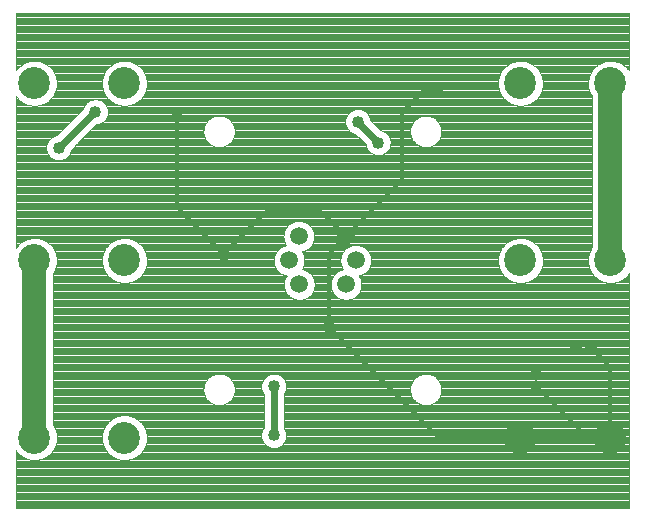
<source format=gbr>
G04 DipTrace 3.2.0.1*
G04 Bottom.gbr*
%MOIN*%
G04 #@! TF.FileFunction,Copper,L2,Bot*
G04 #@! TF.Part,Single*
G04 #@! TA.AperFunction,Conductor*
%ADD13C,0.023622*%
%ADD14C,0.03937*%
%ADD15C,0.012992*%
%ADD17C,0.07874*%
G04 #@! TA.AperFunction,CopperBalancing*
%ADD18C,0.003937*%
G04 #@! TA.AperFunction,ComponentPad*
%ADD20C,0.059055*%
%ADD23C,0.106299*%
G04 #@! TA.AperFunction,ViaPad*
%ADD33C,0.04*%
%FSLAX26Y26*%
G04*
G70*
G90*
G75*
G01*
G04 Bottom*
%LPD*%
X1800394Y1835827D2*
D15*
X1803543D1*
X1721654Y1753937D1*
Y1527361D1*
X1533996Y1339703D1*
X1477165Y1037795D2*
Y1282873D1*
X1533996Y1339703D1*
X1129921Y1279134D2*
Y1283858D1*
X1275197Y1429134D1*
X1444566D1*
X1533996Y1339703D1*
X972047Y1741732D2*
Y1437008D1*
X1129921Y1279134D1*
X2416732Y669291D2*
Y905709D1*
X2352362Y970079D1*
X2416732Y669291D2*
X2341339D1*
X2169685Y840945D1*
X2116732Y669291D2*
X1845669D1*
X1477165Y1037795D1*
X1800394Y1835827D2*
D14*
X1843307D1*
X2116732Y669291D2*
D15*
X2416732D1*
X496654D2*
D17*
Y1259843D1*
X1574409Y1722441D2*
D13*
Y1720472D1*
X1642126Y1652756D1*
X1294488Y840157D2*
X1294094Y676772D1*
X700000Y1755118D2*
X696850D1*
X577559Y1635827D1*
X2416732Y1259843D2*
D17*
Y1850394D1*
D33*
X1800394Y1835827D3*
X1843307D3*
X1477165Y1037795D3*
X1574409Y1722441D3*
X1642126Y1652756D3*
X2169685Y885039D3*
Y840945D3*
X1294488Y840157D3*
X1294094Y676772D3*
X1129921Y1279134D3*
X700000Y1755118D3*
X577559Y1635827D3*
X972047Y1741732D3*
X2301969Y970079D3*
X2352362D3*
X435437Y2080840D2*
D18*
X2477949D1*
X435437Y2077034D2*
X2477949D1*
X435437Y2073228D2*
X2477949D1*
X435437Y2069423D2*
X2477949D1*
X435437Y2065617D2*
X2477949D1*
X435437Y2061811D2*
X2477949D1*
X435437Y2058005D2*
X2477949D1*
X435437Y2054199D2*
X2477949D1*
X435437Y2050394D2*
X2477949D1*
X435437Y2046588D2*
X2477949D1*
X435437Y2042782D2*
X2477949D1*
X435437Y2038976D2*
X2477949D1*
X435437Y2035171D2*
X2477949D1*
X435437Y2031365D2*
X2477949D1*
X435437Y2027559D2*
X2477949D1*
X435437Y2023753D2*
X2477949D1*
X435437Y2019948D2*
X2477949D1*
X435437Y2016142D2*
X2477949D1*
X435437Y2012336D2*
X2477949D1*
X435437Y2008530D2*
X2477949D1*
X435437Y2004724D2*
X2477949D1*
X435437Y2000919D2*
X2477949D1*
X435437Y1997113D2*
X2477949D1*
X435437Y1993307D2*
X2477949D1*
X435437Y1989501D2*
X2477949D1*
X435437Y1985696D2*
X2477949D1*
X435437Y1981890D2*
X2477949D1*
X435437Y1978084D2*
X2477949D1*
X435437Y1974278D2*
X2477949D1*
X435437Y1970472D2*
X2477949D1*
X435437Y1966667D2*
X2477949D1*
X435437Y1962861D2*
X2477949D1*
X435437Y1959055D2*
X2477949D1*
X435437Y1955249D2*
X2477949D1*
X435437Y1951444D2*
X2477949D1*
X435437Y1947638D2*
X2477949D1*
X435437Y1943832D2*
X2477949D1*
X435437Y1940026D2*
X2477949D1*
X435437Y1936220D2*
X2477949D1*
X435437Y1932415D2*
X2477949D1*
X435437Y1928609D2*
X2477949D1*
X435437Y1924803D2*
X487184D1*
X506118D2*
X787189D1*
X806123D2*
X2107262D1*
X2126197D2*
X2407268D1*
X2426202D2*
X2477949D1*
X435437Y1920997D2*
X471075D1*
X522228D2*
X771079D1*
X822232D2*
X2091154D1*
X2142307D2*
X2391157D1*
X2442311D2*
X2477949D1*
X435437Y1917192D2*
X462239D1*
X531063D2*
X762244D1*
X831068D2*
X2082318D1*
X2151142D2*
X2382323D1*
X2451147D2*
X2477949D1*
X435437Y1913386D2*
X455626D1*
X537684D2*
X755623D1*
X837681D2*
X2075705D1*
X2157762D2*
X2375702D1*
X2457760D2*
X2477949D1*
X435437Y1909580D2*
X450259D1*
X543051D2*
X750256D1*
X843049D2*
X2070337D1*
X2163130D2*
X2370335D1*
X2463127D2*
X2477949D1*
X435437Y1905774D2*
X445745D1*
X547564D2*
X745743D1*
X847562D2*
X2065824D1*
X2167643D2*
X2365822D1*
X2467640D2*
X2477949D1*
X435437Y1901969D2*
X441862D1*
X551448D2*
X741860D1*
X851445D2*
X2061941D1*
X2171526D2*
X2361938D1*
X2471524D2*
X2477949D1*
X435437Y1898163D2*
X438499D1*
X554816D2*
X738491D1*
X854812D2*
X2058573D1*
X2174895D2*
X2358570D1*
X2474891D2*
X2477945D1*
X557761Y1894357D2*
X735546D1*
X857765D2*
X2055621D1*
X2177840D2*
X2355625D1*
X560345Y1890551D2*
X732962D1*
X860341D2*
X2053045D1*
X2180424D2*
X2353041D1*
X562605Y1886745D2*
X730702D1*
X862602D2*
X2050783D1*
X2182684D2*
X2350781D1*
X564573Y1882940D2*
X728734D1*
X864571D2*
X2048815D1*
X2184652D2*
X2348812D1*
X566281Y1879134D2*
X727026D1*
X866278D2*
X2047108D1*
X2186360D2*
X2347105D1*
X567741Y1875328D2*
X725566D1*
X867739D2*
X2045647D1*
X2187820D2*
X2345644D1*
X568972Y1871522D2*
X724335D1*
X868969D2*
X2044417D1*
X2189051D2*
X2344413D1*
X569979Y1867717D2*
X723328D1*
X869976D2*
X2043409D1*
X2190058D2*
X2343407D1*
X570780Y1863911D2*
X722528D1*
X870776D2*
X2042610D1*
X2190858D2*
X2342606D1*
X571379Y1860105D2*
X721928D1*
X871375D2*
X2042010D1*
X2191458D2*
X2342007D1*
X571772Y1856299D2*
X721535D1*
X871776D2*
X2041610D1*
X2191850D2*
X2341614D1*
X571979Y1852493D2*
X721328D1*
X871976D2*
X2041409D1*
X2192058D2*
X2341407D1*
X571987Y1848688D2*
X721320D1*
X871991D2*
X2041395D1*
X2192066D2*
X2341399D1*
X571802Y1844882D2*
X721505D1*
X871807D2*
X2041579D1*
X2191881D2*
X2341584D1*
X571425Y1841076D2*
X721882D1*
X871429D2*
X2041957D1*
X2191504D2*
X2341961D1*
X570849Y1837270D2*
X722458D1*
X870853D2*
X2042533D1*
X2190928D2*
X2342537D1*
X570072Y1833465D2*
X723235D1*
X870068D2*
X2043318D1*
X2190151D2*
X2343314D1*
X569080Y1829659D2*
X724227D1*
X869084D2*
X2044302D1*
X2189159D2*
X2344306D1*
X567881Y1825853D2*
X725427D1*
X867877D2*
X2045509D1*
X2187959D2*
X2345505D1*
X566442Y1822047D2*
X726865D1*
X866440D2*
X2046946D1*
X2186521D2*
X2346944D1*
X564766Y1818241D2*
X728541D1*
X864762D2*
X2048623D1*
X2184845D2*
X2348619D1*
X562820Y1814436D2*
X730487D1*
X862818D2*
X2050568D1*
X2182899D2*
X2350566D1*
X560591Y1810630D2*
X732717D1*
X860596D2*
X2052790D1*
X2180669D2*
X2352795D1*
X558046Y1806824D2*
X735261D1*
X858042D2*
X2055344D1*
X2178125D2*
X2355156D1*
X435437Y1803018D2*
X438176D1*
X555139D2*
X738168D1*
X855135D2*
X2058251D1*
X2175218D2*
X2355156D1*
X435437Y1799213D2*
X441493D1*
X551818D2*
X741490D1*
X851814D2*
X2061572D1*
X2171896D2*
X2355156D1*
X435437Y1795407D2*
X445315D1*
X547995D2*
X688425D1*
X711573D2*
X745312D1*
X847992D2*
X2065394D1*
X2168073D2*
X2355156D1*
X435437Y1791601D2*
X449760D1*
X543551D2*
X679182D1*
X720816D2*
X749756D1*
X843547D2*
X2069839D1*
X2163630D2*
X2355156D1*
X435437Y1787795D2*
X455018D1*
X538283D2*
X673522D1*
X726475D2*
X755024D1*
X838289D2*
X2075097D1*
X2158362D2*
X2355156D1*
X435437Y1783990D2*
X461478D1*
X531824D2*
X669362D1*
X730635D2*
X761483D1*
X831829D2*
X2081556D1*
X2151903D2*
X2355156D1*
X435437Y1780184D2*
X469997D1*
X523312D2*
X666140D1*
X733857D2*
X769995D1*
X823310D2*
X2090076D1*
X2143391D2*
X2355156D1*
X435437Y1776378D2*
X484392D1*
X508909D2*
X663604D1*
X736395D2*
X784398D1*
X808915D2*
X2104471D1*
X2128988D2*
X2355156D1*
X435437Y1772572D2*
X661612D1*
X738387D2*
X2355156D1*
X435437Y1768766D2*
X660089D1*
X739917D2*
X2355156D1*
X435437Y1764961D2*
X658752D1*
X741031D2*
X2355156D1*
X435437Y1761155D2*
X654945D1*
X741770D2*
X1558227D1*
X1590594D2*
X2355156D1*
X435437Y1757349D2*
X651139D1*
X742147D2*
X1551007D1*
X1597815D2*
X2355156D1*
X435437Y1753543D2*
X647332D1*
X742177D2*
X1546070D1*
X1602744D2*
X2355156D1*
X435437Y1749738D2*
X643526D1*
X741854D2*
X1542348D1*
X1606474D2*
X2355156D1*
X435437Y1745932D2*
X639720D1*
X741185D2*
X1539427D1*
X1609388D2*
X2355156D1*
X435437Y1742126D2*
X635913D1*
X740133D2*
X1107755D1*
X1116655D2*
X1537127D1*
X1611688D2*
X1796731D1*
X1805631D2*
X2355156D1*
X435437Y1738320D2*
X632108D1*
X738678D2*
X1091837D1*
X1132572D2*
X1535336D1*
X1613479D2*
X1780814D1*
X1821549D2*
X2355156D1*
X435437Y1734514D2*
X628301D1*
X736780D2*
X1084379D1*
X1140030D2*
X1533982D1*
X1614832D2*
X1773356D1*
X1829007D2*
X2355156D1*
X435437Y1730709D2*
X624495D1*
X734343D2*
X1078988D1*
X1145421D2*
X1533029D1*
X1615786D2*
X1767965D1*
X1834398D2*
X2355156D1*
X435437Y1726903D2*
X620697D1*
X731251D2*
X1074760D1*
X1149650D2*
X1532444D1*
X1616378D2*
X1763736D1*
X1838626D2*
X2355156D1*
X435437Y1723097D2*
X616890D1*
X727276D2*
X1071322D1*
X1153088D2*
X1532214D1*
X1619731D2*
X1760298D1*
X1842064D2*
X2355156D1*
X435437Y1719291D2*
X613084D1*
X721946D2*
X1068484D1*
X1155925D2*
X1532322D1*
X1623537D2*
X1757461D1*
X1844902D2*
X2355156D1*
X435437Y1715486D2*
X609277D1*
X713711D2*
X1066139D1*
X1158270D2*
X1532790D1*
X1627335D2*
X1755115D1*
X1847247D2*
X2355156D1*
X435437Y1711680D2*
X605471D1*
X701354D2*
X1064210D1*
X1160199D2*
X1533613D1*
X1631142D2*
X1753186D1*
X1849176D2*
X2355156D1*
X435437Y1707874D2*
X601665D1*
X697547D2*
X1062648D1*
X1161761D2*
X1534828D1*
X1634948D2*
X1751625D1*
X1850738D2*
X2355156D1*
X435437Y1704068D2*
X597858D1*
X693741D2*
X1061425D1*
X1162984D2*
X1536458D1*
X1638755D2*
X1750402D1*
X1851961D2*
X2355156D1*
X435437Y1700262D2*
X594052D1*
X689936D2*
X1060510D1*
X1163899D2*
X1538572D1*
X1642560D2*
X1749487D1*
X1852875D2*
X2355156D1*
X435437Y1696457D2*
X590245D1*
X686129D2*
X1059895D1*
X1164514D2*
X1541256D1*
X1646366D2*
X1748871D1*
X1853491D2*
X2355156D1*
X435437Y1692651D2*
X586440D1*
X682323D2*
X1059558D1*
X1164852D2*
X1544678D1*
X1655033D2*
X1748534D1*
X1853828D2*
X2355156D1*
X435437Y1688845D2*
X582634D1*
X678516D2*
X1059504D1*
X1164906D2*
X1549122D1*
X1663630D2*
X1748480D1*
X1853882D2*
X2355156D1*
X435437Y1685039D2*
X578827D1*
X674718D2*
X1059719D1*
X1164690D2*
X1555328D1*
X1669089D2*
X1748696D1*
X1853667D2*
X2355156D1*
X435437Y1681234D2*
X575021D1*
X670912D2*
X1060219D1*
X1164190D2*
X1565709D1*
X1673134D2*
X1749196D1*
X1853167D2*
X2355156D1*
X435437Y1677428D2*
X571214D1*
X667105D2*
X1061010D1*
X1163399D2*
X1569516D1*
X1676278D2*
X1749987D1*
X1852375D2*
X2355156D1*
X435437Y1673622D2*
X559289D1*
X663299D2*
X1062102D1*
X1162307D2*
X1573314D1*
X1678755D2*
X1751079D1*
X1851283D2*
X2355156D1*
X435437Y1669816D2*
X552814D1*
X659492D2*
X1063525D1*
X1160885D2*
X1577119D1*
X1680693D2*
X1752501D1*
X1849861D2*
X2355156D1*
X435437Y1666010D2*
X548231D1*
X655686D2*
X1065294D1*
X1159115D2*
X1580927D1*
X1682177D2*
X1754270D1*
X1848092D2*
X2355156D1*
X435437Y1662205D2*
X544724D1*
X651881D2*
X1067454D1*
X1156955D2*
X1584732D1*
X1683245D2*
X1756430D1*
X1845932D2*
X2355156D1*
X435437Y1658399D2*
X541971D1*
X648073D2*
X1070076D1*
X1154333D2*
X1588539D1*
X1683945D2*
X1759052D1*
X1843310D2*
X2355156D1*
X435437Y1654593D2*
X539803D1*
X644268D2*
X1073252D1*
X1151157D2*
X1592345D1*
X1684291D2*
X1762228D1*
X1840134D2*
X2355156D1*
X435437Y1650787D2*
X538119D1*
X640461D2*
X1077127D1*
X1147282D2*
X1596151D1*
X1684283D2*
X1766104D1*
X1836259D2*
X2355156D1*
X435437Y1646982D2*
X536873D1*
X636655D2*
X1081972D1*
X1142437D2*
X1599958D1*
X1683929D2*
X1770949D1*
X1831413D2*
X2355156D1*
X435437Y1643176D2*
X536004D1*
X632849D2*
X1088385D1*
X1136025D2*
X1601034D1*
X1683215D2*
X1777361D1*
X1825001D2*
X2355156D1*
X435437Y1639370D2*
X535504D1*
X629042D2*
X1098458D1*
X1125951D2*
X1602118D1*
X1682130D2*
X1787434D1*
X1814928D2*
X2355156D1*
X435437Y1635564D2*
X535358D1*
X625236D2*
X1603618D1*
X1680631D2*
X2355156D1*
X435437Y1631759D2*
X535551D1*
X621429D2*
X1605579D1*
X1678678D2*
X2355156D1*
X435437Y1627953D2*
X536105D1*
X619016D2*
X1608070D1*
X1676178D2*
X2355156D1*
X435437Y1624147D2*
X537020D1*
X618100D2*
X1611238D1*
X1673010D2*
X2355156D1*
X435437Y1620341D2*
X538327D1*
X616793D2*
X1615322D1*
X1668928D2*
X2355156D1*
X435437Y1616535D2*
X540072D1*
X615047D2*
X1620843D1*
X1663407D2*
X2355156D1*
X435437Y1612730D2*
X542310D1*
X612802D2*
X1629647D1*
X1654602D2*
X2355156D1*
X435437Y1608924D2*
X545163D1*
X609957D2*
X2355156D1*
X435437Y1605118D2*
X548791D1*
X606328D2*
X2355156D1*
X435437Y1601312D2*
X553567D1*
X601552D2*
X2355156D1*
X435437Y1597507D2*
X560441D1*
X594678D2*
X2355156D1*
X435437Y1593701D2*
X2355156D1*
X435437Y1589895D2*
X2355156D1*
X435437Y1586089D2*
X2355156D1*
X435437Y1582283D2*
X2355156D1*
X435437Y1578478D2*
X2355156D1*
X435437Y1574672D2*
X2355156D1*
X435437Y1570866D2*
X2355156D1*
X435437Y1567060D2*
X2355156D1*
X435437Y1563255D2*
X2355156D1*
X435437Y1559449D2*
X2355156D1*
X435437Y1555643D2*
X2355156D1*
X435437Y1551837D2*
X2355156D1*
X435437Y1548031D2*
X2355156D1*
X435437Y1544226D2*
X2355156D1*
X435437Y1540420D2*
X2355156D1*
X435437Y1536614D2*
X2355156D1*
X435437Y1532808D2*
X2355156D1*
X435437Y1529003D2*
X2355156D1*
X435437Y1525197D2*
X2355156D1*
X435437Y1521391D2*
X2355156D1*
X435437Y1517585D2*
X2355156D1*
X435437Y1513780D2*
X2355156D1*
X435437Y1509974D2*
X2355156D1*
X435437Y1506168D2*
X2355156D1*
X435437Y1502362D2*
X2355156D1*
X435437Y1498556D2*
X2355156D1*
X435437Y1494751D2*
X2355156D1*
X435437Y1490945D2*
X2355156D1*
X435437Y1487139D2*
X2355156D1*
X435437Y1483333D2*
X2355156D1*
X435437Y1479528D2*
X2355156D1*
X435437Y1475722D2*
X2355156D1*
X435437Y1471916D2*
X2355156D1*
X435437Y1468110D2*
X2355156D1*
X435437Y1464304D2*
X2355156D1*
X435437Y1460499D2*
X2355156D1*
X435437Y1456693D2*
X2355156D1*
X435437Y1452887D2*
X2355156D1*
X435437Y1449081D2*
X2355156D1*
X435437Y1445276D2*
X2355156D1*
X435437Y1441470D2*
X2355156D1*
X435437Y1437664D2*
X2355156D1*
X435437Y1433858D2*
X2355156D1*
X435437Y1430052D2*
X2355156D1*
X435437Y1426247D2*
X2355156D1*
X435437Y1422441D2*
X2355156D1*
X435437Y1418635D2*
X2355156D1*
X435437Y1414829D2*
X2355156D1*
X435437Y1411024D2*
X2355156D1*
X435437Y1407218D2*
X2355156D1*
X435437Y1403412D2*
X2355156D1*
X435437Y1399606D2*
X2355156D1*
X435437Y1395801D2*
X2355156D1*
X435437Y1391995D2*
X2355156D1*
X435437Y1388189D2*
X1359801D1*
X1396198D2*
X2355156D1*
X435437Y1384383D2*
X1351741D1*
X1404264D2*
X2355156D1*
X435437Y1380577D2*
X1346105D1*
X1409892D2*
X2355156D1*
X435437Y1376772D2*
X1341745D1*
X1414260D2*
X2355156D1*
X435437Y1372966D2*
X1338223D1*
X1417782D2*
X2355156D1*
X435437Y1369160D2*
X1335324D1*
X1420673D2*
X2355156D1*
X435437Y1365354D2*
X1332949D1*
X1423056D2*
X2355156D1*
X435437Y1361549D2*
X1330996D1*
X1425010D2*
X2355156D1*
X435437Y1357743D2*
X1329419D1*
X1426587D2*
X2355156D1*
X435437Y1353937D2*
X1328189D1*
X1427816D2*
X2355156D1*
X435437Y1350131D2*
X1327274D1*
X1428732D2*
X2355156D1*
X435437Y1346325D2*
X1326651D1*
X1429346D2*
X2355156D1*
X435437Y1342520D2*
X1326328D1*
X1429669D2*
X2355156D1*
X435437Y1338714D2*
X1326282D1*
X1429717D2*
X2355156D1*
X435437Y1334908D2*
X1326528D1*
X1429478D2*
X2355156D1*
X435437Y1331102D2*
X472997D1*
X520314D2*
X772993D1*
X820310D2*
X1327051D1*
X1428948D2*
X2093076D1*
X2140392D2*
X2355156D1*
X435437Y1327297D2*
X463562D1*
X529740D2*
X763567D1*
X829745D2*
X1327874D1*
X1428125D2*
X2083640D1*
X2149819D2*
X2355156D1*
X435437Y1323491D2*
X456664D1*
X536646D2*
X756661D1*
X836643D2*
X1329004D1*
X1426993D2*
X2076743D1*
X2156724D2*
X2355156D1*
X435437Y1319685D2*
X451113D1*
X542190D2*
X751117D1*
X842194D2*
X1330472D1*
X1425525D2*
X2071192D1*
X2162269D2*
X2355156D1*
X435437Y1315879D2*
X446469D1*
X546835D2*
X746472D1*
X846839D2*
X1332311D1*
X1423696D2*
X2066547D1*
X2166913D2*
X2355156D1*
X435437Y1312073D2*
X442492D1*
X550818D2*
X742490D1*
X850815D2*
X1334555D1*
X1421450D2*
X2062571D1*
X2170896D2*
X2355156D1*
X435437Y1308268D2*
X439041D1*
X554270D2*
X739037D1*
X854266D2*
X1328482D1*
X1418720D2*
X1550030D1*
X1585651D2*
X2059119D1*
X2174349D2*
X2355156D1*
X557285Y1304462D2*
X736022D1*
X857281D2*
X1319992D1*
X1415406D2*
X1541825D1*
X1593856D2*
X2056105D1*
X2177364D2*
X2355156D1*
X559921Y1300656D2*
X733386D1*
X859927D2*
X1314186D1*
X1411331D2*
X1536127D1*
X1599546D2*
X2053459D1*
X2180000D2*
X2353465D1*
X562236Y1296850D2*
X731071D1*
X862234D2*
X1309711D1*
X1406155D2*
X1531730D1*
X1603951D2*
X2051152D1*
X2182315D2*
X2351150D1*
X564251Y1293045D2*
X729056D1*
X864256D2*
X1306105D1*
X1399066D2*
X1528177D1*
X1607504D2*
X2049130D1*
X2184329D2*
X2349135D1*
X566004Y1289239D2*
X727303D1*
X866001D2*
X1303160D1*
X1387940D2*
X1525262D1*
X1610411D2*
X2047385D1*
X2186083D2*
X2347382D1*
X567504Y1285433D2*
X725803D1*
X867508D2*
X1300722D1*
X1390369D2*
X1522864D1*
X1612818D2*
X2045878D1*
X2187583D2*
X2345882D1*
X568772Y1281627D2*
X724535D1*
X868769D2*
X1298731D1*
X1392369D2*
X1520895D1*
X1614778D2*
X2044617D1*
X2188850D2*
X2344614D1*
X569818Y1277822D2*
X723490D1*
X869823D2*
X1297115D1*
X1393975D2*
X1519311D1*
X1616370D2*
X2043563D1*
X2189896D2*
X2343568D1*
X570656Y1274016D2*
X722651D1*
X870654D2*
X1295846D1*
X1395244D2*
X1518064D1*
X1617615D2*
X2042732D1*
X2190735D2*
X2342730D1*
X571287Y1270210D2*
X722020D1*
X871283D2*
X1294902D1*
X1396198D2*
X1517134D1*
X1618538D2*
X2042102D1*
X2191366D2*
X2342098D1*
X571718Y1266404D2*
X721589D1*
X871722D2*
X1294255D1*
X1396844D2*
X1516512D1*
X1619169D2*
X2041664D1*
X2191797D2*
X2341668D1*
X571955Y1262598D2*
X721352D1*
X871961D2*
X1293894D1*
X1397197D2*
X1516173D1*
X1619508D2*
X2041425D1*
X2192034D2*
X2341430D1*
X572001Y1258793D2*
X721306D1*
X871999D2*
X1293824D1*
X1397274D2*
X1516119D1*
X1619562D2*
X2041387D1*
X2192080D2*
X2341385D1*
X571848Y1254987D2*
X721459D1*
X871853D2*
X1294033D1*
X1397059D2*
X1516350D1*
X1619331D2*
X2041533D1*
X2191927D2*
X2341538D1*
X571503Y1251181D2*
X721804D1*
X871507D2*
X1294525D1*
X1396567D2*
X1516865D1*
X1618815D2*
X2041879D1*
X2191581D2*
X2341883D1*
X570963Y1247375D2*
X722344D1*
X870961D2*
X1295316D1*
X1395774D2*
X1517680D1*
X1618000D2*
X2042425D1*
X2191042D2*
X2342423D1*
X570218Y1243570D2*
X723089D1*
X870223D2*
X1296416D1*
X1394675D2*
X1518795D1*
X1616878D2*
X2043163D1*
X2190297D2*
X2343168D1*
X569272Y1239764D2*
X724035D1*
X869269D2*
X1297846D1*
X1393245D2*
X1520248D1*
X1615424D2*
X2044117D1*
X2189350D2*
X2344114D1*
X568104Y1235958D2*
X725203D1*
X868100D2*
X1299638D1*
X1391453D2*
X1522071D1*
X1613610D2*
X2045286D1*
X2188182D2*
X2345282D1*
X566703Y1232152D2*
X726604D1*
X866709D2*
X1301837D1*
X1389255D2*
X1524301D1*
X1611379D2*
X2046677D1*
X2186782D2*
X2346682D1*
X565073Y1228346D2*
X728234D1*
X865071D2*
X1304505D1*
X1397005D2*
X1518741D1*
X1608673D2*
X2048315D1*
X2185152D2*
X2348312D1*
X563175Y1224541D2*
X730133D1*
X863172D2*
X1307751D1*
X1405278D2*
X1510083D1*
X1605382D2*
X2050214D1*
X2183253D2*
X2350211D1*
X560999Y1220735D2*
X732308D1*
X860995D2*
X1311741D1*
X1411008D2*
X1504209D1*
X1601337D2*
X2052391D1*
X2181077D2*
X2352387D1*
X558507Y1216929D2*
X734801D1*
X858512D2*
X1316770D1*
X1415429D2*
X1499694D1*
X1596209D2*
X2054874D1*
X2178585D2*
X2354879D1*
X558230Y1213123D2*
X737638D1*
X855667D2*
X1323583D1*
X1418990D2*
X1496066D1*
X1589226D2*
X2057719D1*
X2175748D2*
X2357717D1*
X2475745D2*
X2477948D1*
X558230Y1209318D2*
X740883D1*
X852421D2*
X1335348D1*
X1421911D2*
X1493097D1*
X1577677D2*
X2060965D1*
X2172503D2*
X2360962D1*
X2472500D2*
X2477949D1*
X558230Y1205512D2*
X744612D1*
X848692D2*
X1334455D1*
X1424325D2*
X1490644D1*
X1580130D2*
X2064694D1*
X2168774D2*
X2364690D1*
X2468770D2*
X2477949D1*
X558230Y1201706D2*
X748941D1*
X844370D2*
X1332479D1*
X1426302D2*
X1488630D1*
X1582136D2*
X2069016D1*
X2164445D2*
X2369020D1*
X2464449D2*
X2477949D1*
X558230Y1197900D2*
X754039D1*
X839265D2*
X1330888D1*
X1427894D2*
X1487007D1*
X1583766D2*
X2074121D1*
X2159346D2*
X2374118D1*
X2459344D2*
X2477949D1*
X558230Y1194094D2*
X760252D1*
X833051D2*
X1329634D1*
X1429147D2*
X1485731D1*
X1585043D2*
X2080335D1*
X2153134D2*
X2380331D1*
X2453130D2*
X2477949D1*
X558230Y1190289D2*
X768303D1*
X825001D2*
X1328703D1*
X1430077D2*
X1484769D1*
X1586004D2*
X2088385D1*
X2145083D2*
X2388382D1*
X2445080D2*
X2477949D1*
X558230Y1186483D2*
X780853D1*
X812459D2*
X1328073D1*
X1430707D2*
X1484108D1*
X1586657D2*
X2100927D1*
X2132533D2*
X2400932D1*
X2432538D2*
X2477949D1*
X558230Y1182677D2*
X1327727D1*
X1431054D2*
X1483739D1*
X1587028D2*
X2477949D1*
X558230Y1178871D2*
X1327665D1*
X1431108D2*
X1483663D1*
X1587112D2*
X2477949D1*
X558230Y1175066D2*
X1327896D1*
X1430885D2*
X1483854D1*
X1586912D2*
X2477949D1*
X558230Y1171260D2*
X1328404D1*
X1430377D2*
X1484346D1*
X1586428D2*
X2477949D1*
X558230Y1167454D2*
X1329211D1*
X1429570D2*
X1485123D1*
X1585651D2*
X2477949D1*
X558230Y1163648D2*
X1330327D1*
X1428455D2*
X1486207D1*
X1584559D2*
X2477949D1*
X558230Y1159843D2*
X1331772D1*
X1427009D2*
X1487630D1*
X1583144D2*
X2477949D1*
X558230Y1156037D2*
X1333587D1*
X1425194D2*
X1489407D1*
X1581367D2*
X2477949D1*
X558230Y1152231D2*
X1335802D1*
X1422972D2*
X1491591D1*
X1579184D2*
X2477949D1*
X558230Y1148425D2*
X1338500D1*
X1420281D2*
X1494235D1*
X1576531D2*
X2477949D1*
X558230Y1144619D2*
X1341776D1*
X1416997D2*
X1497457D1*
X1573310D2*
X2477949D1*
X558230Y1140814D2*
X1345806D1*
X1412969D2*
X1501409D1*
X1569357D2*
X2477949D1*
X558230Y1137008D2*
X1350911D1*
X1407870D2*
X1506400D1*
X1564374D2*
X2477949D1*
X558230Y1133202D2*
X1357846D1*
X1400934D2*
X1513121D1*
X1557654D2*
X2477949D1*
X558230Y1129396D2*
X1370235D1*
X1388546D2*
X1524486D1*
X1546289D2*
X2477949D1*
X558230Y1125591D2*
X2477949D1*
X558230Y1121785D2*
X2477949D1*
X558230Y1117979D2*
X2477949D1*
X558230Y1114173D2*
X2477949D1*
X558230Y1110367D2*
X2477949D1*
X558230Y1106562D2*
X2477949D1*
X558230Y1102756D2*
X2477949D1*
X558230Y1098950D2*
X2477949D1*
X558230Y1095144D2*
X2477949D1*
X558230Y1091339D2*
X2477949D1*
X558230Y1087533D2*
X2477949D1*
X558230Y1083727D2*
X2477949D1*
X558230Y1079921D2*
X2477949D1*
X558230Y1076115D2*
X2477949D1*
X558230Y1072310D2*
X2477949D1*
X558230Y1068504D2*
X2477949D1*
X558230Y1064698D2*
X2477949D1*
X558230Y1060892D2*
X2477949D1*
X558230Y1057087D2*
X2477949D1*
X558230Y1053281D2*
X2477949D1*
X558230Y1049475D2*
X2477949D1*
X558230Y1045669D2*
X2477949D1*
X558230Y1041864D2*
X2477949D1*
X558230Y1038058D2*
X2477949D1*
X558230Y1034252D2*
X2477949D1*
X558230Y1030446D2*
X2477949D1*
X558230Y1026640D2*
X2477949D1*
X558230Y1022835D2*
X2477949D1*
X558230Y1019029D2*
X2477949D1*
X558230Y1015223D2*
X2477949D1*
X558230Y1011417D2*
X2477949D1*
X558230Y1007612D2*
X2477949D1*
X558230Y1003806D2*
X2477949D1*
X558230Y1000000D2*
X2477949D1*
X558230Y996194D2*
X2477949D1*
X558230Y992388D2*
X2477949D1*
X558230Y988583D2*
X2477949D1*
X558230Y984777D2*
X2477949D1*
X558230Y980971D2*
X2477949D1*
X558230Y977165D2*
X2477949D1*
X558230Y973360D2*
X2477949D1*
X558230Y969554D2*
X2477949D1*
X558230Y965748D2*
X2477949D1*
X558230Y961942D2*
X2477949D1*
X558230Y958136D2*
X2477949D1*
X558230Y954331D2*
X2477949D1*
X558230Y950525D2*
X2477949D1*
X558230Y946719D2*
X2477949D1*
X558230Y942913D2*
X2477949D1*
X558230Y939108D2*
X2477949D1*
X558230Y935302D2*
X2477949D1*
X558230Y931496D2*
X2477949D1*
X558230Y927690D2*
X2477949D1*
X558230Y923885D2*
X2477949D1*
X558230Y920079D2*
X2477949D1*
X558230Y916273D2*
X2477949D1*
X558230Y912467D2*
X2477949D1*
X558230Y908661D2*
X2477949D1*
X558230Y904856D2*
X2477949D1*
X558230Y901050D2*
X2477949D1*
X558230Y897244D2*
X2477949D1*
X558230Y893438D2*
X2477949D1*
X558230Y889633D2*
X2477949D1*
X558230Y885827D2*
X2477949D1*
X558230Y882021D2*
X1110154D1*
X1114262D2*
X1799130D1*
X1803239D2*
X2477949D1*
X558230Y878215D2*
X1092154D1*
X1132256D2*
X1276777D1*
X1312198D2*
X1781130D1*
X1821232D2*
X2477949D1*
X558230Y874409D2*
X1084594D1*
X1139815D2*
X1270118D1*
X1318857D2*
X1773571D1*
X1828791D2*
X2477949D1*
X558230Y870604D2*
X1079150D1*
X1145260D2*
X1265436D1*
X1323539D2*
X1768126D1*
X1834236D2*
X2477949D1*
X558230Y866798D2*
X1074890D1*
X1149520D2*
X1261867D1*
X1327108D2*
X1763866D1*
X1838496D2*
X2477949D1*
X558230Y862992D2*
X1071429D1*
X1152980D2*
X1259068D1*
X1329907D2*
X1760406D1*
X1841957D2*
X2477949D1*
X558230Y859186D2*
X1068570D1*
X1155840D2*
X1256861D1*
X1332114D2*
X1757546D1*
X1844816D2*
X2477949D1*
X558230Y855381D2*
X1066209D1*
X1158201D2*
X1255155D1*
X1333820D2*
X1755185D1*
X1847177D2*
X2477949D1*
X558230Y851575D2*
X1064270D1*
X1160139D2*
X1253870D1*
X1335105D2*
X1753247D1*
X1849115D2*
X2477949D1*
X558230Y847769D2*
X1062694D1*
X1161715D2*
X1252986D1*
X1335996D2*
X1751671D1*
X1850692D2*
X2477949D1*
X558230Y843963D2*
X1061465D1*
X1162945D2*
X1252455D1*
X1336520D2*
X1750441D1*
X1851921D2*
X2477949D1*
X558230Y840157D2*
X1060542D1*
X1163867D2*
X1252286D1*
X1336697D2*
X1749518D1*
X1852844D2*
X2477949D1*
X558230Y836352D2*
X1059911D1*
X1164499D2*
X1252455D1*
X1336520D2*
X1748887D1*
X1853475D2*
X2477949D1*
X558230Y832546D2*
X1059564D1*
X1164845D2*
X1252986D1*
X1335996D2*
X1748541D1*
X1853822D2*
X2477949D1*
X558230Y828740D2*
X1059496D1*
X1164913D2*
X1253870D1*
X1335105D2*
X1748472D1*
X1853890D2*
X2477949D1*
X558230Y824934D2*
X1059711D1*
X1164698D2*
X1255155D1*
X1333820D2*
X1748688D1*
X1853675D2*
X2477949D1*
X558230Y821129D2*
X1060196D1*
X1164214D2*
X1256861D1*
X1332114D2*
X1749172D1*
X1853190D2*
X2477949D1*
X558230Y817323D2*
X1060980D1*
X1163429D2*
X1259068D1*
X1329907D2*
X1749957D1*
X1852406D2*
X2477949D1*
X558230Y813517D2*
X1062064D1*
X1162345D2*
X1260406D1*
X1328438D2*
X1751041D1*
X1851322D2*
X2477949D1*
X558230Y809711D2*
X1063463D1*
X1160946D2*
X1260399D1*
X1328430D2*
X1752440D1*
X1849923D2*
X2477949D1*
X558230Y805906D2*
X1065224D1*
X1159185D2*
X1260391D1*
X1328423D2*
X1754201D1*
X1848161D2*
X2477949D1*
X558230Y802100D2*
X1067378D1*
X1157031D2*
X1260383D1*
X1328415D2*
X1756354D1*
X1846008D2*
X2477949D1*
X558230Y798294D2*
X1069984D1*
X1154425D2*
X1260367D1*
X1328399D2*
X1758961D1*
X1843402D2*
X2477949D1*
X558230Y794488D2*
X1073129D1*
X1151281D2*
X1260360D1*
X1328392D2*
X1762105D1*
X1840257D2*
X2477949D1*
X558230Y790682D2*
X1076974D1*
X1147436D2*
X1260352D1*
X1328385D2*
X1765950D1*
X1836412D2*
X2477949D1*
X558230Y786877D2*
X1081780D1*
X1142630D2*
X1260345D1*
X1328377D2*
X1770756D1*
X1831606D2*
X2477949D1*
X558230Y783071D2*
X1088123D1*
X1136286D2*
X1260337D1*
X1328369D2*
X1777100D1*
X1825262D2*
X2477949D1*
X558230Y779265D2*
X1097974D1*
X1126436D2*
X1260329D1*
X1328361D2*
X1786950D1*
X1815412D2*
X2477949D1*
X558230Y775459D2*
X1260314D1*
X1328345D2*
X2477949D1*
X558230Y771654D2*
X1260306D1*
X1328339D2*
X2477949D1*
X558230Y767848D2*
X1260298D1*
X1328331D2*
X2477949D1*
X558230Y764042D2*
X1260291D1*
X1328323D2*
X2477949D1*
X558230Y760236D2*
X1260283D1*
X1328315D2*
X2477949D1*
X558230Y756430D2*
X1260268D1*
X1328299D2*
X2477949D1*
X558230Y752625D2*
X1260260D1*
X1328291D2*
X2477949D1*
X558230Y748819D2*
X1260252D1*
X1328285D2*
X2477949D1*
X558230Y745013D2*
X1260244D1*
X1328277D2*
X2477949D1*
X558230Y741207D2*
X775115D1*
X818196D2*
X1260238D1*
X1328269D2*
X2477949D1*
X558230Y737402D2*
X764950D1*
X828353D2*
X1260222D1*
X1328253D2*
X2477949D1*
X558230Y733596D2*
X757738D1*
X835573D2*
X1260214D1*
X1328245D2*
X2477949D1*
X558230Y729790D2*
X752001D1*
X841310D2*
X1260206D1*
X1328238D2*
X2477949D1*
X558230Y725984D2*
X747219D1*
X846085D2*
X1260198D1*
X1328231D2*
X2477949D1*
X558230Y722178D2*
X743135D1*
X850168D2*
X1260190D1*
X1328223D2*
X2477949D1*
X558230Y718373D2*
X739598D1*
X853706D2*
X1260176D1*
X1328207D2*
X2477949D1*
X558230Y714567D2*
X736514D1*
X856789D2*
X1260168D1*
X1328199D2*
X2477949D1*
X559491Y710761D2*
X733816D1*
X859496D2*
X1260160D1*
X1328192D2*
X2477949D1*
X561860Y706955D2*
X731448D1*
X861857D2*
X1260152D1*
X1328184D2*
X2477949D1*
X563928Y703150D2*
X729379D1*
X863925D2*
X1260144D1*
X1328177D2*
X2477949D1*
X565719Y699344D2*
X727588D1*
X865717D2*
X1258507D1*
X1329684D2*
X2477949D1*
X567265Y695538D2*
X726042D1*
X867262D2*
X1256339D1*
X1331852D2*
X2477949D1*
X568572Y691732D2*
X724735D1*
X868570D2*
X1254655D1*
X1333529D2*
X2477949D1*
X569656Y687927D2*
X723651D1*
X869654D2*
X1253408D1*
X1334782D2*
X2477949D1*
X570525Y684121D2*
X722782D1*
X870530D2*
X1252539D1*
X1335651D2*
X2477949D1*
X571194Y680315D2*
X722113D1*
X871192D2*
X1252039D1*
X1336151D2*
X2477949D1*
X571656Y676509D2*
X721651D1*
X871660D2*
X1251894D1*
X1336297D2*
X2477949D1*
X571933Y672703D2*
X721374D1*
X871929D2*
X1252087D1*
X1336105D2*
X2477949D1*
X572009Y668898D2*
X721298D1*
X872007D2*
X1252640D1*
X1335551D2*
X2477949D1*
X571887Y665092D2*
X721420D1*
X871891D2*
X1253555D1*
X1334635D2*
X2477949D1*
X571579Y661286D2*
X721728D1*
X871576D2*
X1254862D1*
X1333328D2*
X2477949D1*
X571071Y657480D2*
X722236D1*
X871068D2*
X1256608D1*
X1331583D2*
X2477949D1*
X570364Y653675D2*
X722944D1*
X870361D2*
X1258845D1*
X1329337D2*
X2477949D1*
X569449Y649869D2*
X723858D1*
X869446D2*
X1261698D1*
X1326492D2*
X2477949D1*
X568319Y646063D2*
X724988D1*
X868315D2*
X1265327D1*
X1322864D2*
X2477949D1*
X566966Y642257D2*
X726341D1*
X866962D2*
X1270102D1*
X1318088D2*
X2477949D1*
X565374Y638451D2*
X727933D1*
X865370D2*
X1276976D1*
X1311214D2*
X2477949D1*
X563521Y634646D2*
X729786D1*
X863517D2*
X2477949D1*
X561398Y630840D2*
X731909D1*
X861395D2*
X2477949D1*
X558961Y627034D2*
X734346D1*
X858965D2*
X2477949D1*
X556185Y623228D2*
X737122D1*
X856181D2*
X2477949D1*
X435437Y619423D2*
X440294D1*
X553017D2*
X740290D1*
X853013D2*
X2477949D1*
X435437Y615617D2*
X443930D1*
X549371D2*
X743936D1*
X849377D2*
X2477949D1*
X435437Y611811D2*
X448144D1*
X545165D2*
X748142D1*
X845163D2*
X2477949D1*
X435437Y608005D2*
X453097D1*
X540214D2*
X753093D1*
X840210D2*
X2477949D1*
X435437Y604199D2*
X459079D1*
X534223D2*
X759084D1*
X834228D2*
X2477949D1*
X435437Y600394D2*
X466730D1*
X526580D2*
X766727D1*
X826577D2*
X2477949D1*
X435437Y596588D2*
X478003D1*
X515307D2*
X778000D1*
X815304D2*
X2477949D1*
X435437Y592782D2*
X2477949D1*
X435437Y588976D2*
X2477949D1*
X435437Y585171D2*
X2477949D1*
X435437Y581365D2*
X2477949D1*
X435437Y577559D2*
X2477949D1*
X435437Y573753D2*
X2477949D1*
X435437Y569948D2*
X2477949D1*
X435437Y566142D2*
X2477949D1*
X435437Y562336D2*
X2477949D1*
X435437Y558530D2*
X2477949D1*
X435437Y554724D2*
X2477949D1*
X435437Y550919D2*
X2477949D1*
X435437Y547113D2*
X2477949D1*
X435437Y543307D2*
X2477949D1*
X435437Y539501D2*
X2477949D1*
X435437Y535696D2*
X2477949D1*
X435437Y531890D2*
X2477949D1*
X435437Y528084D2*
X2477949D1*
X435437Y524278D2*
X2477949D1*
X435437Y520472D2*
X2477949D1*
X435437Y516667D2*
X2477949D1*
X435437Y512861D2*
X2477949D1*
X435437Y509055D2*
X2477949D1*
X435437Y505249D2*
X2477949D1*
X435437Y501444D2*
X2477949D1*
X435437Y497638D2*
X2477949D1*
X435437Y493832D2*
X2477949D1*
X435437Y490026D2*
X2477949D1*
X435437Y486220D2*
X2477949D1*
X435437Y482415D2*
X2477949D1*
X435437Y478609D2*
X2477949D1*
X435437Y474803D2*
X2477949D1*
X435437Y470997D2*
X2477949D1*
X435437Y467192D2*
X2477949D1*
X435437Y463386D2*
X2477949D1*
X435437Y459580D2*
X2477949D1*
X435437Y455774D2*
X2477949D1*
X435437Y451969D2*
X2477949D1*
X435437Y448163D2*
X2477949D1*
X435437Y444357D2*
X2477949D1*
X435437Y440551D2*
X2477949D1*
X435437Y436745D2*
X2477949D1*
X1853467Y827756D2*
X1853171Y823832D1*
X1852581Y819940D1*
X1851699Y816104D1*
X1850533Y812344D1*
X1849087Y808684D1*
X1847370Y805142D1*
X1845391Y801739D1*
X1843163Y798495D1*
X1840696Y795428D1*
X1838005Y792554D1*
X1835108Y789891D1*
X1832017Y787454D1*
X1828752Y785255D1*
X1825331Y783308D1*
X1821773Y781625D1*
X1818100Y780213D1*
X1814329Y779080D1*
X1810486Y778235D1*
X1806588Y777681D1*
X1802660Y777423D1*
X1798724Y777459D1*
X1794803Y777791D1*
X1790917Y778419D1*
X1787089Y779335D1*
X1783341Y780537D1*
X1779694Y782017D1*
X1776168Y783768D1*
X1772785Y785778D1*
X1769562Y788037D1*
X1766517Y790531D1*
X1763668Y793248D1*
X1761033Y796172D1*
X1758625Y799285D1*
X1756457Y802570D1*
X1754542Y806009D1*
X1752891Y809583D1*
X1751513Y813269D1*
X1750417Y817050D1*
X1749608Y820902D1*
X1749091Y824803D1*
X1748867Y828734D1*
X1748941Y832669D1*
X1749310Y836588D1*
X1749972Y840467D1*
X1750925Y844286D1*
X1752163Y848024D1*
X1753677Y851656D1*
X1755459Y855165D1*
X1757501Y858530D1*
X1759790Y861732D1*
X1762314Y864753D1*
X1765058Y867576D1*
X1768005Y870184D1*
X1771140Y872564D1*
X1774445Y874701D1*
X1777902Y876584D1*
X1781491Y878201D1*
X1785190Y879543D1*
X1788980Y880605D1*
X1792840Y881378D1*
X1796747Y881860D1*
X1800678Y882045D1*
X1804613Y881934D1*
X1808528Y881529D1*
X1812402Y880829D1*
X1816211Y879841D1*
X1819937Y878570D1*
X1823555Y877022D1*
X1827047Y875206D1*
X1830394Y873133D1*
X1833575Y870814D1*
X1836571Y868262D1*
X1839369Y865493D1*
X1841949Y862521D1*
X1844299Y859364D1*
X1846406Y856039D1*
X1848256Y852564D1*
X1849840Y848961D1*
X1851148Y845249D1*
X1852173Y841449D1*
X1852911Y837583D1*
X1853354Y833672D1*
X1853504Y829724D1*
X1853467Y827756D1*
Y1687992D2*
X1853171Y1684068D1*
X1852581Y1680176D1*
X1851699Y1676340D1*
X1850533Y1672580D1*
X1849087Y1668920D1*
X1847370Y1665378D1*
X1845391Y1661975D1*
X1843163Y1658731D1*
X1840696Y1655664D1*
X1838005Y1652790D1*
X1835108Y1650127D1*
X1832017Y1647690D1*
X1828752Y1645491D1*
X1825331Y1643545D1*
X1821773Y1641861D1*
X1818100Y1640449D1*
X1814329Y1639316D1*
X1810486Y1638471D1*
X1806588Y1637917D1*
X1802660Y1637659D1*
X1798724Y1637696D1*
X1794803Y1638028D1*
X1790917Y1638655D1*
X1787089Y1639571D1*
X1783341Y1640773D1*
X1779694Y1642253D1*
X1776168Y1644004D1*
X1772785Y1646014D1*
X1769562Y1648273D1*
X1766517Y1650768D1*
X1763668Y1653484D1*
X1761033Y1656408D1*
X1758625Y1659521D1*
X1756457Y1662806D1*
X1754542Y1666245D1*
X1752891Y1669819D1*
X1751513Y1673505D1*
X1750417Y1677286D1*
X1749608Y1681138D1*
X1749091Y1685039D1*
X1748867Y1688970D1*
X1748941Y1692906D1*
X1749310Y1696824D1*
X1749972Y1700703D1*
X1750925Y1704522D1*
X1752163Y1708260D1*
X1753677Y1711892D1*
X1755459Y1715402D1*
X1757501Y1718766D1*
X1759790Y1721969D1*
X1762314Y1724990D1*
X1765058Y1727812D1*
X1768005Y1730420D1*
X1771140Y1732801D1*
X1774445Y1734937D1*
X1777902Y1736820D1*
X1781491Y1738437D1*
X1785190Y1739780D1*
X1788980Y1740841D1*
X1792840Y1741614D1*
X1796747Y1742096D1*
X1800678Y1742281D1*
X1804613Y1742171D1*
X1808528Y1741765D1*
X1812402Y1741066D1*
X1816211Y1740077D1*
X1819937Y1738806D1*
X1823555Y1737259D1*
X1827047Y1735442D1*
X1830394Y1733369D1*
X1833575Y1731050D1*
X1836571Y1728499D1*
X1839369Y1725730D1*
X1841949Y1722757D1*
X1844299Y1719600D1*
X1846406Y1716276D1*
X1848256Y1712801D1*
X1849840Y1709197D1*
X1851148Y1705486D1*
X1852173Y1701685D1*
X1852911Y1697819D1*
X1853354Y1693908D1*
X1853504Y1689961D1*
X1853467Y1687992D1*
X1164491D2*
X1164194Y1684068D1*
X1163605Y1680176D1*
X1162723Y1676340D1*
X1161556Y1672580D1*
X1160110Y1668920D1*
X1158394Y1665378D1*
X1156415Y1661975D1*
X1154186Y1658731D1*
X1151719Y1655664D1*
X1149029Y1652790D1*
X1146131Y1650127D1*
X1143041Y1647690D1*
X1139776Y1645491D1*
X1136354Y1643545D1*
X1132797Y1641861D1*
X1129123Y1640449D1*
X1125353Y1639316D1*
X1121509Y1638471D1*
X1117612Y1637917D1*
X1113684Y1637659D1*
X1109748Y1637696D1*
X1105827Y1638028D1*
X1101941Y1638655D1*
X1098113Y1639571D1*
X1094365Y1640773D1*
X1090718Y1642253D1*
X1087192Y1644004D1*
X1083808Y1646014D1*
X1080585Y1648273D1*
X1077541Y1650768D1*
X1074692Y1653484D1*
X1072056Y1656408D1*
X1069648Y1659521D1*
X1067480Y1662806D1*
X1065566Y1666245D1*
X1063915Y1669819D1*
X1062537Y1673505D1*
X1061441Y1677286D1*
X1060631Y1681138D1*
X1060114Y1685039D1*
X1059891Y1688970D1*
X1059965Y1692906D1*
X1060333Y1696824D1*
X1060996Y1700703D1*
X1061949Y1704522D1*
X1063186Y1708260D1*
X1064701Y1711892D1*
X1066483Y1715402D1*
X1068525Y1718766D1*
X1070814Y1721969D1*
X1073337Y1724990D1*
X1076081Y1727812D1*
X1079029Y1730420D1*
X1082164Y1732801D1*
X1085469Y1734937D1*
X1088925Y1736820D1*
X1092514Y1738437D1*
X1096214Y1739780D1*
X1100004Y1740841D1*
X1103864Y1741614D1*
X1107770Y1742096D1*
X1111702Y1742281D1*
X1115636Y1742171D1*
X1119551Y1741765D1*
X1123425Y1741066D1*
X1127235Y1740077D1*
X1130961Y1738806D1*
X1134579Y1737259D1*
X1138071Y1735442D1*
X1141417Y1733369D1*
X1144598Y1731050D1*
X1147594Y1728499D1*
X1150392Y1725730D1*
X1152972Y1722757D1*
X1155323Y1719600D1*
X1157429Y1716276D1*
X1159280Y1712801D1*
X1160864Y1709197D1*
X1162172Y1705486D1*
X1163197Y1701685D1*
X1163934Y1697819D1*
X1164378Y1693908D1*
X1164528Y1689961D1*
X1164491Y1687992D1*
Y827756D2*
X1164194Y823832D1*
X1163605Y819940D1*
X1162723Y816104D1*
X1161556Y812344D1*
X1160110Y808684D1*
X1158394Y805142D1*
X1156415Y801739D1*
X1154186Y798495D1*
X1151719Y795428D1*
X1149029Y792554D1*
X1146131Y789891D1*
X1143041Y787454D1*
X1139776Y785255D1*
X1136354Y783308D1*
X1132797Y781625D1*
X1129123Y780213D1*
X1125353Y779080D1*
X1121509Y778235D1*
X1117612Y777681D1*
X1113684Y777423D1*
X1109748Y777459D1*
X1105827Y777791D1*
X1101941Y778419D1*
X1098113Y779335D1*
X1094365Y780537D1*
X1090718Y782017D1*
X1087192Y783768D1*
X1083808Y785778D1*
X1080585Y788037D1*
X1077541Y790531D1*
X1074692Y793248D1*
X1072056Y796172D1*
X1069648Y799285D1*
X1067480Y802570D1*
X1065566Y806009D1*
X1063915Y809583D1*
X1062537Y813269D1*
X1061441Y817050D1*
X1060631Y820902D1*
X1060114Y824803D1*
X1059891Y828734D1*
X1059965Y832669D1*
X1060333Y836588D1*
X1060996Y840467D1*
X1061949Y844286D1*
X1063186Y848024D1*
X1064701Y851656D1*
X1066483Y855165D1*
X1068525Y858530D1*
X1070814Y861732D1*
X1073337Y864753D1*
X1076081Y867576D1*
X1079029Y870184D1*
X1082164Y872564D1*
X1085469Y874701D1*
X1088925Y876584D1*
X1092514Y878201D1*
X1096214Y879543D1*
X1100004Y880605D1*
X1103864Y881378D1*
X1107770Y881860D1*
X1111702Y882045D1*
X1115636Y881934D1*
X1119551Y881529D1*
X1123425Y880829D1*
X1127235Y879841D1*
X1130961Y878570D1*
X1134579Y877022D1*
X1138071Y875206D1*
X1141417Y873133D1*
X1144598Y870814D1*
X1147594Y868262D1*
X1150392Y865493D1*
X1152972Y862521D1*
X1155323Y859364D1*
X1157429Y856039D1*
X1159280Y852564D1*
X1160864Y848961D1*
X1162172Y845249D1*
X1163197Y841449D1*
X1163934Y837583D1*
X1164378Y833672D1*
X1164528Y829724D1*
X1164491Y827756D1*
X1565801Y1681534D2*
X1563444Y1682093D1*
X1559699Y1683303D1*
X1556084Y1684860D1*
X1552633Y1686749D1*
X1549373Y1688955D1*
X1546335Y1691457D1*
X1543546Y1694234D1*
X1541031Y1697261D1*
X1538811Y1700510D1*
X1536907Y1703955D1*
X1535335Y1707563D1*
X1534109Y1711303D1*
X1533240Y1715142D1*
X1532736Y1719045D1*
X1532602Y1722978D1*
X1532837Y1726906D1*
X1533441Y1730795D1*
X1534408Y1734610D1*
X1535730Y1738318D1*
X1537394Y1741883D1*
X1539386Y1745277D1*
X1541688Y1748470D1*
X1544281Y1751430D1*
X1547139Y1754135D1*
X1550240Y1756559D1*
X1553555Y1758680D1*
X1557055Y1760480D1*
X1560709Y1761944D1*
X1564483Y1763056D1*
X1568346Y1763810D1*
X1572262Y1764197D1*
X1576198Y1764214D1*
X1580118Y1763861D1*
X1583987Y1763140D1*
X1587772Y1762059D1*
X1591437Y1760627D1*
X1594951Y1758857D1*
X1598285Y1756765D1*
X1601407Y1754367D1*
X1604289Y1751688D1*
X1606906Y1748749D1*
X1609236Y1745577D1*
X1611257Y1742201D1*
X1612951Y1738648D1*
X1614304Y1734953D1*
X1615304Y1731146D1*
X1615941Y1727262D1*
X1616020Y1726413D1*
X1648322Y1694110D1*
X1651703Y1693455D1*
X1655488Y1692374D1*
X1659154Y1690942D1*
X1662668Y1689172D1*
X1666001Y1687080D1*
X1669123Y1684682D1*
X1672005Y1682003D1*
X1674622Y1679064D1*
X1676953Y1675892D1*
X1678974Y1672516D1*
X1680668Y1668963D1*
X1682021Y1665268D1*
X1683021Y1661461D1*
X1683657Y1657577D1*
X1683928Y1653651D1*
X1683891Y1650789D1*
X1683521Y1646870D1*
X1682783Y1643004D1*
X1681686Y1639224D1*
X1680239Y1635564D1*
X1678454Y1632058D1*
X1676346Y1628734D1*
X1673937Y1625622D1*
X1671244Y1622752D1*
X1668294Y1620147D1*
X1665113Y1617831D1*
X1661727Y1615824D1*
X1658168Y1614144D1*
X1654466Y1612807D1*
X1650656Y1611824D1*
X1646769Y1611203D1*
X1642843Y1610951D1*
X1638908Y1611068D1*
X1635003Y1611556D1*
X1631160Y1612408D1*
X1627416Y1613618D1*
X1623801Y1615175D1*
X1620349Y1617064D1*
X1617089Y1619270D1*
X1614051Y1621772D1*
X1611262Y1624549D1*
X1608748Y1627576D1*
X1606528Y1630825D1*
X1604623Y1634270D1*
X1603051Y1637878D1*
X1601825Y1641618D1*
X1600957Y1645457D1*
X1600791Y1646543D1*
X1565811Y1681522D1*
X1336253Y838190D2*
X1335883Y834272D1*
X1335146Y830406D1*
X1334049Y826626D1*
X1332601Y822966D1*
X1330816Y819459D1*
X1328709Y816135D1*
X1328047Y815238D1*
X1327794Y701521D1*
X1329971Y698243D1*
X1331831Y694776D1*
X1333357Y691147D1*
X1334534Y687392D1*
X1335353Y683542D1*
X1335807Y679634D1*
X1335906Y676772D1*
X1335720Y672840D1*
X1335167Y668944D1*
X1334248Y665117D1*
X1332975Y661394D1*
X1331357Y657806D1*
X1329408Y654386D1*
X1327147Y651165D1*
X1324593Y648171D1*
X1321769Y645430D1*
X1318699Y642967D1*
X1315412Y640803D1*
X1311936Y638958D1*
X1308302Y637449D1*
X1304541Y636286D1*
X1300689Y635484D1*
X1296777Y635047D1*
X1292843Y634979D1*
X1288919Y635282D1*
X1285041Y635953D1*
X1281243Y636984D1*
X1277559Y638370D1*
X1274021Y640094D1*
X1270661Y642144D1*
X1267509Y644501D1*
X1264593Y647143D1*
X1261938Y650049D1*
X1259568Y653190D1*
X1257504Y656541D1*
X1255764Y660071D1*
X1254364Y663749D1*
X1253315Y667542D1*
X1252627Y671417D1*
X1252308Y675340D1*
X1252358Y679276D1*
X1252778Y683188D1*
X1253566Y687045D1*
X1254710Y690810D1*
X1256205Y694450D1*
X1258035Y697934D1*
X1260185Y701231D1*
X1260533Y701690D1*
X1260806Y815378D1*
X1258890Y818227D1*
X1256986Y821672D1*
X1255413Y825280D1*
X1254188Y829020D1*
X1253319Y832858D1*
X1252815Y836761D1*
X1252681Y840694D1*
X1252916Y844622D1*
X1253520Y848512D1*
X1254487Y852327D1*
X1255808Y856034D1*
X1257472Y859600D1*
X1259465Y862993D1*
X1261766Y866186D1*
X1264360Y869147D1*
X1267218Y871852D1*
X1270319Y874276D1*
X1273634Y876396D1*
X1277134Y878197D1*
X1280787Y879660D1*
X1284562Y880773D1*
X1288425Y881526D1*
X1292341Y881913D1*
X1296277Y881930D1*
X1300197Y881577D1*
X1304066Y880857D1*
X1307850Y879776D1*
X1311516Y878344D1*
X1315030Y876573D1*
X1318364Y874482D1*
X1321486Y872084D1*
X1324367Y869404D1*
X1326984Y866466D1*
X1329315Y863294D1*
X1331336Y859917D1*
X1333030Y856365D1*
X1334383Y852669D1*
X1335383Y848862D1*
X1336020Y844979D1*
X1336290Y841052D1*
X1336253Y838190D1*
X741765Y1753151D2*
X741395Y1749232D1*
X740657Y1745366D1*
X739560Y1741587D1*
X738113Y1737927D1*
X736328Y1734420D1*
X734220Y1731096D1*
X731811Y1727984D1*
X729118Y1725114D1*
X726168Y1722509D1*
X722987Y1720193D1*
X719601Y1718186D1*
X716042Y1716507D1*
X712340Y1715169D1*
X708530Y1714186D1*
X704643Y1713566D1*
X702675Y1713392D1*
X618909Y1629629D1*
X618217Y1626075D1*
X617119Y1622295D1*
X615672Y1618635D1*
X613887Y1615129D1*
X611780Y1611804D1*
X609370Y1608693D1*
X606677Y1605823D1*
X603727Y1603218D1*
X600546Y1600902D1*
X597160Y1598895D1*
X593601Y1597215D1*
X589899Y1595878D1*
X586089Y1594895D1*
X582202Y1594274D1*
X578276Y1594022D1*
X574341Y1594139D1*
X570436Y1594627D1*
X566593Y1595479D1*
X562849Y1596689D1*
X559234Y1598245D1*
X555782Y1600135D1*
X552522Y1602341D1*
X549484Y1604843D1*
X546696Y1607619D1*
X544181Y1610647D1*
X541961Y1613896D1*
X540056Y1617341D1*
X538484Y1620949D1*
X537259Y1624689D1*
X536390Y1628528D1*
X535886Y1632430D1*
X535752Y1636364D1*
X535987Y1640291D1*
X536591Y1644181D1*
X537558Y1647996D1*
X538879Y1651703D1*
X540543Y1655269D1*
X542535Y1658663D1*
X544837Y1661856D1*
X547430Y1664816D1*
X550289Y1667521D1*
X553390Y1669945D1*
X556705Y1672066D1*
X560205Y1673866D1*
X563858Y1675329D1*
X567633Y1676442D1*
X571352Y1677171D1*
X659436Y1765253D1*
X659999Y1767287D1*
X661320Y1770995D1*
X662984Y1774560D1*
X664976Y1777954D1*
X667278Y1781147D1*
X669871Y1784108D1*
X672730Y1786812D1*
X675831Y1789236D1*
X679146Y1791357D1*
X682646Y1793157D1*
X686299Y1794621D1*
X690073Y1795734D1*
X693937Y1796487D1*
X697853Y1796874D1*
X701789Y1796891D1*
X705709Y1796538D1*
X709577Y1795818D1*
X713362Y1794736D1*
X717028Y1793304D1*
X720542Y1791534D1*
X723875Y1789442D1*
X726997Y1787045D1*
X729879Y1784365D1*
X732496Y1781427D1*
X734827Y1778255D1*
X736848Y1774878D1*
X738542Y1771325D1*
X739895Y1767630D1*
X740895Y1763823D1*
X741531Y1759940D1*
X741802Y1756013D1*
X741765Y1753151D1*
X1619140Y1258007D2*
X1618839Y1254081D1*
X1618238Y1250192D1*
X1617340Y1246360D1*
X1616151Y1242608D1*
X1614678Y1238957D1*
X1612930Y1235430D1*
X1610917Y1232049D1*
X1608652Y1228829D1*
X1606146Y1225794D1*
X1603415Y1222961D1*
X1600474Y1220344D1*
X1597343Y1217959D1*
X1594037Y1215823D1*
X1590577Y1213946D1*
X1586984Y1212339D1*
X1583278Y1211012D1*
X1579482Y1209974D1*
X1577155Y1209495D1*
X1578608Y1207352D1*
X1580602Y1203959D1*
X1582332Y1200424D1*
X1583786Y1196765D1*
X1584955Y1193008D1*
X1585833Y1189171D1*
X1586415Y1185277D1*
X1586696Y1181352D1*
X1586686Y1177680D1*
X1586385Y1173756D1*
X1585783Y1169866D1*
X1584886Y1166033D1*
X1583697Y1162281D1*
X1582224Y1158631D1*
X1580476Y1155104D1*
X1578465Y1151722D1*
X1576198Y1148504D1*
X1573692Y1145469D1*
X1570961Y1142634D1*
X1568021Y1140017D1*
X1564888Y1137634D1*
X1561583Y1135497D1*
X1558123Y1133619D1*
X1554530Y1132013D1*
X1550824Y1130686D1*
X1547028Y1129647D1*
X1543163Y1128902D1*
X1539252Y1128455D1*
X1535319Y1128310D1*
X1531386Y1128466D1*
X1527476Y1128923D1*
X1523614Y1129677D1*
X1519820Y1130726D1*
X1516118Y1132062D1*
X1512529Y1133678D1*
X1509073Y1135564D1*
X1505774Y1137710D1*
X1502648Y1140101D1*
X1499715Y1142726D1*
X1496991Y1145567D1*
X1494492Y1148609D1*
X1492235Y1151833D1*
X1490231Y1155220D1*
X1488492Y1158752D1*
X1487029Y1162406D1*
X1485850Y1166161D1*
X1484962Y1169996D1*
X1484371Y1173887D1*
X1484080Y1177812D1*
X1484089Y1181748D1*
X1484402Y1185672D1*
X1485013Y1189560D1*
X1485920Y1193391D1*
X1487118Y1197139D1*
X1488600Y1200786D1*
X1490357Y1204308D1*
X1492379Y1207685D1*
X1494654Y1210898D1*
X1497167Y1213927D1*
X1499906Y1216753D1*
X1502853Y1219364D1*
X1505991Y1221739D1*
X1509302Y1223867D1*
X1512766Y1225735D1*
X1516364Y1227333D1*
X1520072Y1228650D1*
X1523871Y1229678D1*
X1526063Y1230129D1*
X1524689Y1232159D1*
X1522685Y1235547D1*
X1520946Y1239077D1*
X1519483Y1242732D1*
X1518304Y1246487D1*
X1517416Y1250322D1*
X1516825Y1254214D1*
X1516534Y1258139D1*
X1516543Y1262075D1*
X1516856Y1265999D1*
X1517467Y1269887D1*
X1518374Y1273717D1*
X1519572Y1277466D1*
X1521054Y1281112D1*
X1522811Y1284634D1*
X1524833Y1288012D1*
X1527108Y1291224D1*
X1529621Y1294253D1*
X1532360Y1297080D1*
X1535307Y1299689D1*
X1538445Y1302064D1*
X1541756Y1304193D1*
X1545220Y1306062D1*
X1548818Y1307659D1*
X1552526Y1308976D1*
X1556325Y1310005D1*
X1560193Y1310740D1*
X1564104Y1311177D1*
X1568038Y1311312D1*
X1571970Y1311147D1*
X1575879Y1310680D1*
X1579740Y1309915D1*
X1583530Y1308856D1*
X1587230Y1307510D1*
X1590815Y1305885D1*
X1594264Y1303990D1*
X1597559Y1301836D1*
X1600678Y1299436D1*
X1603605Y1296804D1*
X1606322Y1293955D1*
X1608812Y1290908D1*
X1611062Y1287678D1*
X1613056Y1284285D1*
X1614786Y1280749D1*
X1616240Y1277092D1*
X1617409Y1273333D1*
X1618287Y1269496D1*
X1618869Y1265604D1*
X1619150Y1261677D1*
X1619140Y1258007D1*
X1430690Y1178014D2*
X1430388Y1174089D1*
X1429787Y1170199D1*
X1428890Y1166367D1*
X1427701Y1162615D1*
X1426228Y1158965D1*
X1424482Y1155438D1*
X1422469Y1152055D1*
X1420202Y1148837D1*
X1417696Y1145802D1*
X1414965Y1142969D1*
X1412025Y1140352D1*
X1408892Y1137967D1*
X1405587Y1135831D1*
X1402127Y1133953D1*
X1398534Y1132346D1*
X1394828Y1131020D1*
X1391031Y1129982D1*
X1387167Y1129236D1*
X1383257Y1128789D1*
X1379323Y1128643D1*
X1375390Y1128799D1*
X1371480Y1129256D1*
X1367618Y1130012D1*
X1363824Y1131060D1*
X1360122Y1132396D1*
X1356533Y1134012D1*
X1353079Y1135899D1*
X1349778Y1138043D1*
X1346652Y1140436D1*
X1343719Y1143060D1*
X1340995Y1145902D1*
X1338496Y1148942D1*
X1336239Y1152167D1*
X1334235Y1155555D1*
X1332496Y1159085D1*
X1331033Y1162740D1*
X1329854Y1166495D1*
X1328966Y1170329D1*
X1328375Y1174220D1*
X1328084Y1178147D1*
X1328094Y1182083D1*
X1328406Y1186007D1*
X1329017Y1189894D1*
X1329924Y1193724D1*
X1331122Y1197474D1*
X1332605Y1201119D1*
X1334361Y1204642D1*
X1336383Y1208020D1*
X1337096Y1209068D1*
X1333776Y1209740D1*
X1329982Y1210789D1*
X1326280Y1212125D1*
X1322690Y1213741D1*
X1319235Y1215627D1*
X1315936Y1217773D1*
X1312810Y1220164D1*
X1309875Y1222789D1*
X1307152Y1225630D1*
X1304654Y1228672D1*
X1302396Y1231896D1*
X1300392Y1235283D1*
X1298654Y1238815D1*
X1297190Y1242469D1*
X1296012Y1246224D1*
X1295123Y1250059D1*
X1294533Y1253950D1*
X1294241Y1257875D1*
X1294251Y1261811D1*
X1294563Y1265735D1*
X1295175Y1269623D1*
X1296081Y1273453D1*
X1297280Y1277202D1*
X1298761Y1280849D1*
X1300518Y1284371D1*
X1302541Y1287748D1*
X1304815Y1290961D1*
X1307328Y1293990D1*
X1310067Y1296816D1*
X1313013Y1299425D1*
X1316152Y1301802D1*
X1319463Y1303929D1*
X1322928Y1305798D1*
X1326525Y1307395D1*
X1330234Y1308713D1*
X1334033Y1309741D1*
X1336224Y1310192D1*
X1334850Y1312222D1*
X1332845Y1315609D1*
X1331108Y1319140D1*
X1329644Y1322794D1*
X1328465Y1326550D1*
X1327577Y1330385D1*
X1326986Y1334276D1*
X1326694Y1338201D1*
X1326705Y1342138D1*
X1327017Y1346060D1*
X1327627Y1349949D1*
X1328535Y1353780D1*
X1329734Y1357529D1*
X1331215Y1361175D1*
X1332972Y1364697D1*
X1334993Y1368075D1*
X1337268Y1371286D1*
X1339782Y1374315D1*
X1342521Y1377143D1*
X1345467Y1379752D1*
X1348606Y1382127D1*
X1351917Y1384256D1*
X1355382Y1386125D1*
X1358979Y1387722D1*
X1362688Y1389038D1*
X1366487Y1390068D1*
X1370353Y1390803D1*
X1374265Y1391239D1*
X1378199Y1391375D1*
X1382131Y1391209D1*
X1386039Y1390741D1*
X1389900Y1389978D1*
X1393692Y1388919D1*
X1397391Y1387573D1*
X1400975Y1385948D1*
X1404425Y1384052D1*
X1407719Y1381899D1*
X1410840Y1379499D1*
X1413766Y1376867D1*
X1416483Y1374018D1*
X1418974Y1370971D1*
X1421223Y1367740D1*
X1423218Y1364348D1*
X1424948Y1360812D1*
X1426402Y1357155D1*
X1427571Y1353396D1*
X1428449Y1349559D1*
X1429029Y1345667D1*
X1429311Y1341740D1*
X1429302Y1338068D1*
X1429000Y1334144D1*
X1428399Y1330255D1*
X1427501Y1326423D1*
X1426312Y1322669D1*
X1424840Y1319020D1*
X1423092Y1315493D1*
X1421079Y1312110D1*
X1418814Y1308892D1*
X1416307Y1305857D1*
X1413576Y1303022D1*
X1410635Y1300406D1*
X1407504Y1298022D1*
X1404198Y1295886D1*
X1400739Y1294008D1*
X1397146Y1292402D1*
X1393440Y1291075D1*
X1389643Y1290035D1*
X1387316Y1289556D1*
X1388769Y1287415D1*
X1390764Y1284022D1*
X1392493Y1280486D1*
X1393948Y1276828D1*
X1395117Y1273070D1*
X1395995Y1269234D1*
X1396576Y1265340D1*
X1396857Y1261415D1*
X1396848Y1257743D1*
X1396546Y1253819D1*
X1395945Y1249928D1*
X1395047Y1246096D1*
X1393858Y1242344D1*
X1392386Y1238694D1*
X1390638Y1235167D1*
X1388625Y1231785D1*
X1387837Y1230618D1*
X1391290Y1229923D1*
X1395081Y1228864D1*
X1398780Y1227518D1*
X1402365Y1225892D1*
X1405815Y1223997D1*
X1409109Y1221844D1*
X1412228Y1219444D1*
X1415155Y1216812D1*
X1417871Y1213963D1*
X1420362Y1210916D1*
X1422612Y1207686D1*
X1424608Y1204293D1*
X1426336Y1200757D1*
X1427790Y1197100D1*
X1428959Y1193341D1*
X1429837Y1189504D1*
X1430419Y1185612D1*
X1430699Y1181685D1*
X1430690Y1178014D1*
X871588Y1257874D2*
X871382Y1253944D1*
X870969Y1250029D1*
X870352Y1246140D1*
X869530Y1242290D1*
X868508Y1238490D1*
X867289Y1234747D1*
X865874Y1231072D1*
X864268Y1227479D1*
X862475Y1223974D1*
X860501Y1220568D1*
X858352Y1217270D1*
X856031Y1214089D1*
X853549Y1211035D1*
X850907Y1208115D1*
X848117Y1205340D1*
X845185Y1202713D1*
X842119Y1200244D1*
X838928Y1197940D1*
X835619Y1195806D1*
X832203Y1193848D1*
X828690Y1192072D1*
X825088Y1190484D1*
X821408Y1189088D1*
X817660Y1187886D1*
X813853Y1186882D1*
X809999Y1186080D1*
X806109Y1185480D1*
X802192Y1185087D1*
X798260Y1184899D1*
X794323Y1184919D1*
X790392Y1185144D1*
X786480Y1185575D1*
X782596Y1186211D1*
X778749Y1187051D1*
X774953Y1188092D1*
X771217Y1189329D1*
X767550Y1190762D1*
X763963Y1192386D1*
X760467Y1194194D1*
X757071Y1196185D1*
X753783Y1198350D1*
X750614Y1200686D1*
X747572Y1203185D1*
X744665Y1205840D1*
X741902Y1208643D1*
X739290Y1211588D1*
X736836Y1214665D1*
X734547Y1217869D1*
X732429Y1221186D1*
X730488Y1224612D1*
X728730Y1228134D1*
X727159Y1231743D1*
X725780Y1235430D1*
X724596Y1239185D1*
X723610Y1242996D1*
X722827Y1246853D1*
X722247Y1250747D1*
X721871Y1254665D1*
X721703Y1258598D1*
X721741Y1262535D1*
X721986Y1266465D1*
X722437Y1270375D1*
X723092Y1274256D1*
X723950Y1278098D1*
X725008Y1281890D1*
X726265Y1285621D1*
X727715Y1289281D1*
X729356Y1292858D1*
X731181Y1296346D1*
X733188Y1299732D1*
X735370Y1303009D1*
X737720Y1306167D1*
X740234Y1309197D1*
X742903Y1312091D1*
X745719Y1314841D1*
X748677Y1317438D1*
X751766Y1319878D1*
X754980Y1322152D1*
X758308Y1324253D1*
X761743Y1326177D1*
X765273Y1327919D1*
X768891Y1329472D1*
X772584Y1330833D1*
X776344Y1332000D1*
X780160Y1332966D1*
X784021Y1333731D1*
X787919Y1334293D1*
X791839Y1334648D1*
X795772Y1334798D1*
X799709Y1334741D1*
X803636Y1334478D1*
X807545Y1334008D1*
X811423Y1333333D1*
X815261Y1332457D1*
X819047Y1331381D1*
X822772Y1330106D1*
X826424Y1328638D1*
X829995Y1326980D1*
X833474Y1325138D1*
X836850Y1323114D1*
X840117Y1320917D1*
X843262Y1318551D1*
X846281Y1316024D1*
X849161Y1313340D1*
X851898Y1310510D1*
X854482Y1307541D1*
X856906Y1304438D1*
X859163Y1301214D1*
X861249Y1297875D1*
X863156Y1294432D1*
X864881Y1290894D1*
X866417Y1287269D1*
X867760Y1283568D1*
X868908Y1279803D1*
X869856Y1275982D1*
X870602Y1272117D1*
X871144Y1268218D1*
X871482Y1264297D1*
X871614Y1259843D1*
X871588Y1257874D1*
X2478346Y1217151D2*
X2476110Y1214089D1*
X2473627Y1211035D1*
X2470986Y1208115D1*
X2468196Y1205340D1*
X2465264Y1202713D1*
X2462198Y1200244D1*
X2459007Y1197940D1*
X2455698Y1195806D1*
X2452282Y1193848D1*
X2448769Y1192072D1*
X2445167Y1190484D1*
X2441487Y1189088D1*
X2437739Y1187886D1*
X2433932Y1186882D1*
X2430077Y1186080D1*
X2426188Y1185480D1*
X2422270Y1185087D1*
X2418339Y1184899D1*
X2414402Y1184919D1*
X2410471Y1185144D1*
X2406559Y1185575D1*
X2402675Y1186211D1*
X2398828Y1187051D1*
X2395031Y1188092D1*
X2391295Y1189329D1*
X2387629Y1190762D1*
X2384042Y1192386D1*
X2380546Y1194194D1*
X2377150Y1196185D1*
X2373862Y1198350D1*
X2370693Y1200686D1*
X2367651Y1203185D1*
X2364744Y1205840D1*
X2361980Y1208643D1*
X2359369Y1211588D1*
X2356915Y1214665D1*
X2354626Y1217869D1*
X2352508Y1221186D1*
X2350567Y1224612D1*
X2348808Y1228134D1*
X2347238Y1231743D1*
X2345858Y1235430D1*
X2344675Y1239185D1*
X2343689Y1242996D1*
X2342906Y1246853D1*
X2342325Y1250747D1*
X2341950Y1254665D1*
X2341782Y1258598D1*
X2341820Y1262535D1*
X2342064Y1266465D1*
X2342516Y1270375D1*
X2343171Y1274256D1*
X2344029Y1278098D1*
X2345087Y1281890D1*
X2346344Y1285621D1*
X2347794Y1289281D1*
X2349434Y1292858D1*
X2351260Y1296346D1*
X2353266Y1299732D1*
X2355552Y1303152D1*
X2355551Y1807079D1*
X2353545Y1810064D1*
X2351514Y1813437D1*
X2349664Y1816912D1*
X2347999Y1820479D1*
X2346524Y1824129D1*
X2345241Y1827850D1*
X2344156Y1831635D1*
X2343272Y1835471D1*
X2342591Y1839348D1*
X2342113Y1843255D1*
X2341840Y1847182D1*
X2341776Y1851118D1*
X2341916Y1855052D1*
X2342264Y1858974D1*
X2342818Y1862871D1*
X2343575Y1866734D1*
X2344533Y1870552D1*
X2345690Y1874315D1*
X2347045Y1878010D1*
X2348591Y1881631D1*
X2350324Y1885165D1*
X2352241Y1888604D1*
X2354336Y1891937D1*
X2356604Y1895155D1*
X2359035Y1898249D1*
X2361627Y1901213D1*
X2364371Y1904035D1*
X2367260Y1906710D1*
X2370285Y1909230D1*
X2373437Y1911587D1*
X2376710Y1913776D1*
X2380092Y1915789D1*
X2383576Y1917622D1*
X2387151Y1919270D1*
X2390807Y1920728D1*
X2394535Y1921992D1*
X2398324Y1923059D1*
X2402164Y1923925D1*
X2406045Y1924588D1*
X2409954Y1925047D1*
X2413883Y1925301D1*
X2417819Y1925346D1*
X2421752Y1925186D1*
X2425672Y1924819D1*
X2429567Y1924248D1*
X2433427Y1923472D1*
X2437240Y1922495D1*
X2440996Y1921319D1*
X2444686Y1919948D1*
X2448299Y1918383D1*
X2451824Y1916633D1*
X2455253Y1914699D1*
X2458576Y1912588D1*
X2461783Y1910306D1*
X2464867Y1907858D1*
X2467818Y1905252D1*
X2470626Y1902495D1*
X2473287Y1899593D1*
X2475793Y1896556D1*
X2478346Y1893081D1*
Y2084644D1*
X435047Y2084646D1*
X435039Y1893093D1*
X437720Y1896718D1*
X440234Y1899748D1*
X442903Y1902642D1*
X445719Y1905392D1*
X448677Y1907990D1*
X451766Y1910429D1*
X454980Y1912703D1*
X458308Y1914804D1*
X461743Y1916728D1*
X465273Y1918470D1*
X468891Y1920024D1*
X472584Y1921385D1*
X476344Y1922551D1*
X480160Y1923517D1*
X484021Y1924282D1*
X487919Y1924844D1*
X491839Y1925199D1*
X495772Y1925349D1*
X499709Y1925293D1*
X503636Y1925029D1*
X507545Y1924559D1*
X511423Y1923885D1*
X515261Y1923008D1*
X519047Y1921932D1*
X522772Y1920657D1*
X526424Y1919189D1*
X529995Y1917531D1*
X533474Y1915689D1*
X536850Y1913665D1*
X540117Y1911469D1*
X543262Y1909102D1*
X546281Y1906575D1*
X549161Y1903891D1*
X551898Y1901062D1*
X554482Y1898092D1*
X556906Y1894990D1*
X559163Y1891765D1*
X561249Y1888427D1*
X563156Y1884983D1*
X564881Y1881445D1*
X566417Y1877820D1*
X567760Y1874119D1*
X568908Y1870354D1*
X569856Y1866533D1*
X570602Y1862668D1*
X571144Y1858769D1*
X571482Y1854848D1*
X571614Y1850394D1*
X571510Y1846458D1*
X571201Y1842534D1*
X570685Y1838631D1*
X569966Y1834761D1*
X569045Y1830934D1*
X567923Y1827160D1*
X566605Y1823451D1*
X565094Y1819816D1*
X563395Y1816265D1*
X561510Y1812808D1*
X559449Y1809455D1*
X557213Y1806215D1*
X554810Y1803097D1*
X552247Y1800110D1*
X549530Y1797261D1*
X546668Y1794558D1*
X543668Y1792009D1*
X540538Y1789622D1*
X537287Y1787402D1*
X533924Y1785356D1*
X530459Y1783488D1*
X526900Y1781806D1*
X523257Y1780312D1*
X519542Y1779013D1*
X515762Y1777909D1*
X511932Y1777007D1*
X508058Y1776306D1*
X504152Y1775810D1*
X500227Y1775518D1*
X496291Y1775434D1*
X492357Y1775556D1*
X488434Y1775885D1*
X484534Y1776420D1*
X480667Y1777157D1*
X476844Y1778098D1*
X473076Y1779238D1*
X469373Y1780573D1*
X465745Y1782102D1*
X462203Y1783819D1*
X458756Y1785719D1*
X455412Y1787798D1*
X452184Y1790049D1*
X449077Y1792467D1*
X446101Y1795045D1*
X443265Y1797774D1*
X440576Y1800650D1*
X438042Y1803661D1*
X435671Y1806803D1*
X435042Y1807706D1*
X435039Y1302542D1*
X437720Y1306167D1*
X440234Y1309197D1*
X442903Y1312091D1*
X445719Y1314841D1*
X448677Y1317438D1*
X451766Y1319878D1*
X454980Y1322152D1*
X458308Y1324253D1*
X461743Y1326177D1*
X465273Y1327919D1*
X468891Y1329472D1*
X472584Y1330833D1*
X476344Y1332000D1*
X480160Y1332966D1*
X484021Y1333731D1*
X487919Y1334293D1*
X491839Y1334648D1*
X495772Y1334798D1*
X499709Y1334741D1*
X503636Y1334478D1*
X507545Y1334008D1*
X511423Y1333333D1*
X515261Y1332457D1*
X519047Y1331381D1*
X522772Y1330106D1*
X526424Y1328638D1*
X529995Y1326980D1*
X533474Y1325138D1*
X536850Y1323114D1*
X540117Y1320917D1*
X543262Y1318551D1*
X546281Y1316024D1*
X549161Y1313340D1*
X551898Y1310510D1*
X554482Y1307541D1*
X556906Y1304438D1*
X559163Y1301214D1*
X561249Y1297875D1*
X563156Y1294432D1*
X564881Y1290894D1*
X566417Y1287269D1*
X567760Y1283568D1*
X568908Y1279803D1*
X569856Y1275982D1*
X570602Y1272117D1*
X571144Y1268218D1*
X571482Y1264297D1*
X571614Y1259843D1*
X571510Y1255907D1*
X571201Y1251983D1*
X570685Y1248080D1*
X569966Y1244210D1*
X569045Y1240383D1*
X567923Y1236609D1*
X566605Y1232900D1*
X565094Y1229265D1*
X563395Y1225714D1*
X561510Y1222257D1*
X559449Y1218904D1*
X557831Y1216537D1*
X557835Y712606D1*
X560228Y709008D1*
X562226Y705615D1*
X564042Y702123D1*
X565672Y698539D1*
X567113Y694877D1*
X568358Y691142D1*
X569407Y687348D1*
X570255Y683504D1*
X570899Y679619D1*
X571339Y675709D1*
X571573Y671778D1*
X571588Y667323D1*
X571382Y663392D1*
X570969Y659478D1*
X570352Y655589D1*
X569530Y651739D1*
X568508Y647938D1*
X567289Y644196D1*
X565874Y640521D1*
X564268Y636928D1*
X562475Y633423D1*
X560501Y630017D1*
X558352Y626719D1*
X556031Y623538D1*
X553549Y620484D1*
X550907Y617564D1*
X548117Y614789D1*
X545185Y612161D1*
X542119Y609693D1*
X538928Y607388D1*
X535619Y605255D1*
X532203Y603297D1*
X528690Y601521D1*
X525088Y599933D1*
X521408Y598537D1*
X517660Y597335D1*
X513853Y596331D1*
X509999Y595529D1*
X506109Y594929D1*
X502192Y594535D1*
X498260Y594348D1*
X494323Y594367D1*
X490392Y594593D1*
X486480Y595024D1*
X482596Y595660D1*
X478749Y596500D1*
X474953Y597541D1*
X471217Y598778D1*
X467550Y600211D1*
X463963Y601835D1*
X460467Y603643D1*
X457071Y605634D1*
X453783Y607799D1*
X450614Y610135D1*
X447572Y612634D1*
X444665Y615289D1*
X441902Y618092D1*
X439290Y621037D1*
X436836Y624114D1*
X435042Y626604D1*
X435039Y435039D1*
X2478339Y434646D1*
X2478346Y1217150D1*
X2191667Y1257874D2*
X2191461Y1253944D1*
X2191047Y1250029D1*
X2190430Y1246140D1*
X2189609Y1242290D1*
X2188587Y1238490D1*
X2187367Y1234747D1*
X2185953Y1231072D1*
X2184346Y1227479D1*
X2182554Y1223974D1*
X2180580Y1220568D1*
X2178430Y1217270D1*
X2176110Y1214089D1*
X2173627Y1211035D1*
X2170986Y1208115D1*
X2168196Y1205340D1*
X2165264Y1202713D1*
X2162198Y1200244D1*
X2159007Y1197940D1*
X2155698Y1195806D1*
X2152282Y1193848D1*
X2148769Y1192072D1*
X2145167Y1190484D1*
X2141487Y1189088D1*
X2137739Y1187886D1*
X2133932Y1186882D1*
X2130077Y1186080D1*
X2126188Y1185480D1*
X2122270Y1185087D1*
X2118339Y1184899D1*
X2114402Y1184919D1*
X2110471Y1185144D1*
X2106559Y1185575D1*
X2102675Y1186211D1*
X2098828Y1187051D1*
X2095031Y1188092D1*
X2091295Y1189329D1*
X2087629Y1190762D1*
X2084042Y1192386D1*
X2080546Y1194194D1*
X2077150Y1196185D1*
X2073862Y1198350D1*
X2070693Y1200686D1*
X2067651Y1203185D1*
X2064744Y1205840D1*
X2061980Y1208643D1*
X2059369Y1211588D1*
X2056915Y1214665D1*
X2054626Y1217869D1*
X2052508Y1221186D1*
X2050567Y1224612D1*
X2048808Y1228134D1*
X2047238Y1231743D1*
X2045858Y1235430D1*
X2044675Y1239185D1*
X2043689Y1242996D1*
X2042906Y1246853D1*
X2042325Y1250747D1*
X2041950Y1254665D1*
X2041782Y1258598D1*
X2041820Y1262535D1*
X2042064Y1266465D1*
X2042516Y1270375D1*
X2043171Y1274256D1*
X2044029Y1278098D1*
X2045087Y1281890D1*
X2046344Y1285621D1*
X2047794Y1289281D1*
X2049434Y1292858D1*
X2051260Y1296346D1*
X2053266Y1299732D1*
X2055449Y1303009D1*
X2057799Y1306167D1*
X2060312Y1309197D1*
X2062982Y1312091D1*
X2065798Y1314841D1*
X2068756Y1317438D1*
X2071845Y1319878D1*
X2075059Y1322152D1*
X2078387Y1324253D1*
X2081822Y1326177D1*
X2085352Y1327919D1*
X2088970Y1329472D1*
X2092663Y1330833D1*
X2096423Y1332000D1*
X2100239Y1332966D1*
X2104100Y1333731D1*
X2107997Y1334293D1*
X2111917Y1334648D1*
X2115850Y1334798D1*
X2119787Y1334741D1*
X2123715Y1334478D1*
X2127623Y1334008D1*
X2131501Y1333333D1*
X2135340Y1332457D1*
X2139126Y1331381D1*
X2142850Y1330106D1*
X2146503Y1328638D1*
X2150073Y1326980D1*
X2153552Y1325138D1*
X2156929Y1323114D1*
X2160196Y1320917D1*
X2163341Y1318551D1*
X2166360Y1316024D1*
X2169240Y1313340D1*
X2171976Y1310510D1*
X2174560Y1307541D1*
X2176984Y1304438D1*
X2179241Y1301214D1*
X2181328Y1297875D1*
X2183235Y1294432D1*
X2184959Y1290894D1*
X2186496Y1287269D1*
X2187839Y1283568D1*
X2188987Y1279803D1*
X2189934Y1275982D1*
X2190681Y1272117D1*
X2191223Y1268218D1*
X2191560Y1264297D1*
X2191693Y1259843D1*
X2191667Y1257874D1*
Y1848425D2*
X2191461Y1844495D1*
X2191047Y1840580D1*
X2190430Y1836692D1*
X2189609Y1832841D1*
X2188587Y1829041D1*
X2187367Y1825298D1*
X2185953Y1821623D1*
X2184346Y1818030D1*
X2182554Y1814525D1*
X2180580Y1811119D1*
X2178430Y1807822D1*
X2176110Y1804640D1*
X2173627Y1801587D1*
X2170986Y1798667D1*
X2168196Y1795891D1*
X2165264Y1793264D1*
X2162198Y1790795D1*
X2159007Y1788491D1*
X2155698Y1786357D1*
X2152282Y1784399D1*
X2148769Y1782623D1*
X2145167Y1781035D1*
X2141487Y1779639D1*
X2137739Y1778437D1*
X2133932Y1777433D1*
X2130077Y1776631D1*
X2126188Y1776031D1*
X2122270Y1775638D1*
X2118339Y1775450D1*
X2114402Y1775470D1*
X2110471Y1775696D1*
X2106559Y1776126D1*
X2102675Y1776762D1*
X2098828Y1777602D1*
X2095031Y1778643D1*
X2091295Y1779881D1*
X2087629Y1781314D1*
X2084042Y1782937D1*
X2080546Y1784745D1*
X2077150Y1786736D1*
X2073862Y1788902D1*
X2070693Y1791238D1*
X2067651Y1793736D1*
X2064744Y1796391D1*
X2061980Y1799194D1*
X2059369Y1802139D1*
X2056915Y1805217D1*
X2054626Y1808420D1*
X2052508Y1811738D1*
X2050567Y1815163D1*
X2048808Y1818685D1*
X2047238Y1822294D1*
X2045858Y1825982D1*
X2044675Y1829736D1*
X2043689Y1833547D1*
X2042906Y1837404D1*
X2042325Y1841298D1*
X2041950Y1845217D1*
X2041782Y1849150D1*
X2041820Y1853087D1*
X2042064Y1857016D1*
X2042516Y1860927D1*
X2043171Y1864807D1*
X2044029Y1868650D1*
X2045087Y1872441D1*
X2046344Y1876172D1*
X2047794Y1879832D1*
X2049434Y1883409D1*
X2051260Y1886898D1*
X2053266Y1890283D1*
X2055449Y1893560D1*
X2057799Y1896718D1*
X2060312Y1899748D1*
X2062982Y1902642D1*
X2065798Y1905392D1*
X2068756Y1907990D1*
X2071845Y1910429D1*
X2075059Y1912703D1*
X2078387Y1914804D1*
X2081822Y1916728D1*
X2085352Y1918470D1*
X2088970Y1920024D1*
X2092663Y1921385D1*
X2096423Y1922551D1*
X2100239Y1923517D1*
X2104100Y1924282D1*
X2107997Y1924844D1*
X2111917Y1925199D1*
X2115850Y1925349D1*
X2119787Y1925293D1*
X2123715Y1925029D1*
X2127623Y1924559D1*
X2131501Y1923885D1*
X2135340Y1923008D1*
X2139126Y1921932D1*
X2142850Y1920657D1*
X2146503Y1919189D1*
X2150073Y1917531D1*
X2153552Y1915689D1*
X2156929Y1913665D1*
X2160196Y1911469D1*
X2163341Y1909102D1*
X2166360Y1906575D1*
X2169240Y1903891D1*
X2171976Y1901062D1*
X2174560Y1898092D1*
X2176984Y1894990D1*
X2179241Y1891765D1*
X2181328Y1888427D1*
X2183235Y1884983D1*
X2184959Y1881445D1*
X2186496Y1877820D1*
X2187839Y1874119D1*
X2188987Y1870354D1*
X2189934Y1866533D1*
X2190681Y1862668D1*
X2191223Y1858769D1*
X2191560Y1854848D1*
X2191693Y1850394D1*
X2191667Y1848425D1*
X871588D2*
X871382Y1844495D1*
X870969Y1840580D1*
X870352Y1836692D1*
X869530Y1832841D1*
X868508Y1829041D1*
X867289Y1825298D1*
X865874Y1821623D1*
X864268Y1818030D1*
X862475Y1814525D1*
X860501Y1811119D1*
X858352Y1807822D1*
X856031Y1804640D1*
X853549Y1801587D1*
X850907Y1798667D1*
X848117Y1795891D1*
X845185Y1793264D1*
X842119Y1790795D1*
X838928Y1788491D1*
X835619Y1786357D1*
X832203Y1784399D1*
X828690Y1782623D1*
X825088Y1781035D1*
X821408Y1779639D1*
X817660Y1778437D1*
X813853Y1777433D1*
X809999Y1776631D1*
X806109Y1776031D1*
X802192Y1775638D1*
X798260Y1775450D1*
X794323Y1775470D1*
X790392Y1775696D1*
X786480Y1776126D1*
X782596Y1776762D1*
X778749Y1777602D1*
X774953Y1778643D1*
X771217Y1779881D1*
X767550Y1781314D1*
X763963Y1782937D1*
X760467Y1784745D1*
X757071Y1786736D1*
X753783Y1788902D1*
X750614Y1791238D1*
X747572Y1793736D1*
X744665Y1796391D1*
X741902Y1799194D1*
X739290Y1802139D1*
X736836Y1805217D1*
X734547Y1808420D1*
X732429Y1811738D1*
X730488Y1815163D1*
X728730Y1818685D1*
X727159Y1822294D1*
X725780Y1825982D1*
X724596Y1829736D1*
X723610Y1833547D1*
X722827Y1837404D1*
X722247Y1841298D1*
X721871Y1845217D1*
X721703Y1849150D1*
X721741Y1853087D1*
X721986Y1857016D1*
X722437Y1860927D1*
X723092Y1864807D1*
X723950Y1868650D1*
X725008Y1872441D1*
X726265Y1876172D1*
X727715Y1879832D1*
X729356Y1883409D1*
X731181Y1886898D1*
X733188Y1890283D1*
X735370Y1893560D1*
X737720Y1896718D1*
X740234Y1899748D1*
X742903Y1902642D1*
X745719Y1905392D1*
X748677Y1907990D1*
X751766Y1910429D1*
X754980Y1912703D1*
X758308Y1914804D1*
X761743Y1916728D1*
X765273Y1918470D1*
X768891Y1920024D1*
X772584Y1921385D1*
X776344Y1922551D1*
X780160Y1923517D1*
X784021Y1924282D1*
X787919Y1924844D1*
X791839Y1925199D1*
X795772Y1925349D1*
X799709Y1925293D1*
X803636Y1925029D1*
X807545Y1924559D1*
X811423Y1923885D1*
X815261Y1923008D1*
X819047Y1921932D1*
X822772Y1920657D1*
X826424Y1919189D1*
X829995Y1917531D1*
X833474Y1915689D1*
X836850Y1913665D1*
X840117Y1911469D1*
X843262Y1909102D1*
X846281Y1906575D1*
X849161Y1903891D1*
X851898Y1901062D1*
X854482Y1898092D1*
X856906Y1894990D1*
X859163Y1891765D1*
X861249Y1888427D1*
X863156Y1884983D1*
X864881Y1881445D1*
X866417Y1877820D1*
X867760Y1874119D1*
X868908Y1870354D1*
X869856Y1866533D1*
X870602Y1862668D1*
X871144Y1858769D1*
X871482Y1854848D1*
X871614Y1850394D1*
X871588Y1848425D1*
Y667323D2*
X871382Y663392D1*
X870969Y659478D1*
X870352Y655589D1*
X869530Y651739D1*
X868508Y647938D1*
X867289Y644196D1*
X865874Y640521D1*
X864268Y636928D1*
X862475Y633423D1*
X860501Y630017D1*
X858352Y626719D1*
X856031Y623538D1*
X853549Y620484D1*
X850907Y617564D1*
X848117Y614789D1*
X845185Y612161D1*
X842119Y609693D1*
X838928Y607388D1*
X835619Y605255D1*
X832203Y603297D1*
X828690Y601521D1*
X825088Y599933D1*
X821408Y598537D1*
X817660Y597335D1*
X813853Y596331D1*
X809999Y595529D1*
X806109Y594929D1*
X802192Y594535D1*
X798260Y594348D1*
X794323Y594367D1*
X790392Y594593D1*
X786480Y595024D1*
X782596Y595660D1*
X778749Y596500D1*
X774953Y597541D1*
X771217Y598778D1*
X767550Y600211D1*
X763963Y601835D1*
X760467Y603643D1*
X757071Y605634D1*
X753783Y607799D1*
X750614Y610135D1*
X747572Y612634D1*
X744665Y615289D1*
X741902Y618092D1*
X739290Y621037D1*
X736836Y624114D1*
X734547Y627318D1*
X732429Y630635D1*
X730488Y634060D1*
X728730Y637583D1*
X727159Y641192D1*
X725780Y644879D1*
X724596Y648634D1*
X723610Y652445D1*
X722827Y656302D1*
X722247Y660196D1*
X721871Y664114D1*
X721703Y668047D1*
X721741Y671984D1*
X721986Y675913D1*
X722437Y679824D1*
X723092Y683705D1*
X723950Y687547D1*
X725008Y691339D1*
X726265Y695070D1*
X727715Y698730D1*
X729356Y702307D1*
X731181Y705795D1*
X733188Y709181D1*
X735370Y712458D1*
X737720Y715615D1*
X740234Y718646D1*
X742903Y721539D1*
X745719Y724290D1*
X748677Y726887D1*
X751766Y729327D1*
X754980Y731601D1*
X758308Y733702D1*
X761743Y735626D1*
X765273Y737367D1*
X768891Y738921D1*
X772584Y740282D1*
X776344Y741449D1*
X780160Y742415D1*
X784021Y743180D1*
X787919Y743741D1*
X791839Y744097D1*
X795772Y744247D1*
X799709Y744190D1*
X803636Y743927D1*
X807545Y743457D1*
X811423Y742782D1*
X815261Y741906D1*
X819047Y740829D1*
X822772Y739555D1*
X826424Y738087D1*
X829995Y736429D1*
X833474Y734587D1*
X836850Y732563D1*
X840117Y730366D1*
X843262Y728000D1*
X846281Y725472D1*
X849161Y722789D1*
X851898Y719959D1*
X854482Y716990D1*
X856906Y713887D1*
X859163Y710663D1*
X861249Y707324D1*
X863156Y703881D1*
X864881Y700343D1*
X866417Y696718D1*
X867760Y693017D1*
X868908Y689252D1*
X869856Y685430D1*
X870602Y681566D1*
X871144Y677667D1*
X871482Y673745D1*
X871614Y669291D1*
X871588Y667323D1*
D20*
X1533996Y1339703D3*
X1567839Y1259974D3*
X1379388Y1179982D3*
X1345546Y1259711D3*
X1378000Y1340037D3*
X1535385Y1179648D3*
D23*
X796654Y1259843D3*
X2416732D3*
X496654D3*
X2116732D3*
Y1850394D3*
X496654D3*
X2416732D3*
X796654D3*
X2116732Y669291D3*
X496654D3*
X2416732D3*
X796654D3*
M02*

</source>
